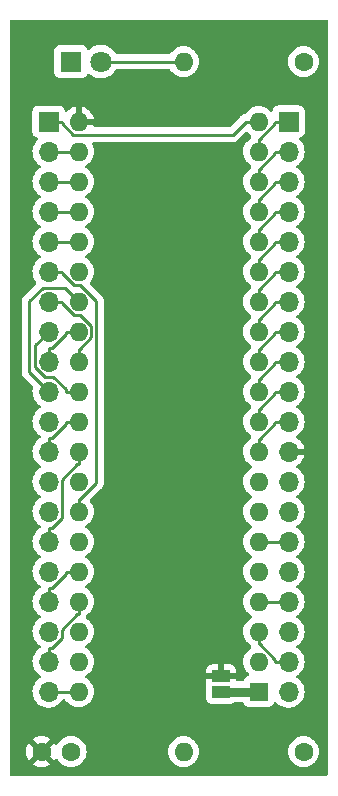
<source format=gbl>
G04 #@! TF.GenerationSoftware,KiCad,Pcbnew,(6.0.7-1)-1*
G04 #@! TF.CreationDate,2022-09-03T11:07:13+09:00*
G04 #@! TF.ProjectId,MEZ6502,4d455a36-3530-4322-9e6b-696361645f70,A*
G04 #@! TF.SameCoordinates,PX5f5e100PY8f0d180*
G04 #@! TF.FileFunction,Copper,L2,Bot*
G04 #@! TF.FilePolarity,Positive*
%FSLAX46Y46*%
G04 Gerber Fmt 4.6, Leading zero omitted, Abs format (unit mm)*
G04 Created by KiCad (PCBNEW (6.0.7-1)-1) date 2022-09-03 11:07:13*
%MOMM*%
%LPD*%
G01*
G04 APERTURE LIST*
G04 #@! TA.AperFunction,ComponentPad*
%ADD10C,1.600000*%
G04 #@! TD*
G04 #@! TA.AperFunction,ComponentPad*
%ADD11O,1.600000X1.600000*%
G04 #@! TD*
G04 #@! TA.AperFunction,ComponentPad*
%ADD12R,1.800000X1.800000*%
G04 #@! TD*
G04 #@! TA.AperFunction,ComponentPad*
%ADD13C,1.800000*%
G04 #@! TD*
G04 #@! TA.AperFunction,ComponentPad*
%ADD14R,1.600000X1.600000*%
G04 #@! TD*
G04 #@! TA.AperFunction,ComponentPad*
%ADD15R,1.700000X1.700000*%
G04 #@! TD*
G04 #@! TA.AperFunction,ComponentPad*
%ADD16O,1.700000X1.700000*%
G04 #@! TD*
G04 #@! TA.AperFunction,SMDPad,CuDef*
%ADD17R,1.500000X1.000000*%
G04 #@! TD*
G04 #@! TA.AperFunction,ViaPad*
%ADD18C,0.605000*%
G04 #@! TD*
G04 #@! TA.AperFunction,Conductor*
%ADD19C,0.254000*%
G04 #@! TD*
G04 #@! TA.AperFunction,Conductor*
%ADD20C,0.800000*%
G04 #@! TD*
G04 APERTURE END LIST*
D10*
X25400000Y2540000D03*
D11*
X15240000Y2540000D03*
D12*
X5710000Y60960000D03*
D13*
X8250000Y60960000D03*
D14*
X21590000Y7620000D03*
D11*
X21590000Y10160000D03*
X21590000Y12700000D03*
X21590000Y15240000D03*
X21590000Y17780000D03*
X21590000Y20320000D03*
X21590000Y22860000D03*
X21590000Y25400000D03*
X21590000Y27940000D03*
X21590000Y30480000D03*
X21590000Y33020000D03*
X21590000Y35560000D03*
X21590000Y38100000D03*
X21590000Y40640000D03*
X21590000Y43180000D03*
X21590000Y45720000D03*
X21590000Y48260000D03*
X21590000Y50800000D03*
X21590000Y53340000D03*
X21590000Y55880000D03*
X6350000Y55880000D03*
X6350000Y53340000D03*
X6350000Y50800000D03*
X6350000Y48260000D03*
X6350000Y45720000D03*
X6350000Y43180000D03*
X6350000Y40640000D03*
X6350000Y38100000D03*
X6350000Y35560000D03*
X6350000Y33020000D03*
X6350000Y30480000D03*
X6350000Y27940000D03*
X6350000Y25400000D03*
X6350000Y22860000D03*
X6350000Y20320000D03*
X6350000Y17780000D03*
X6350000Y15240000D03*
X6350000Y12700000D03*
X6350000Y10160000D03*
X6350000Y7620000D03*
D10*
X25400000Y60960000D03*
D11*
X15240000Y60960000D03*
D10*
X5715000Y2540000D03*
X3215000Y2540000D03*
D15*
X3810000Y55875000D03*
D16*
X3810000Y53335000D03*
X3810000Y50795000D03*
X3810000Y48255000D03*
X3810000Y45715000D03*
X3810000Y43175000D03*
X3810000Y40635000D03*
X3810000Y38095000D03*
X3810000Y35555000D03*
X3810000Y33015000D03*
X3810000Y30475000D03*
X3810000Y27935000D03*
X3810000Y25395000D03*
X3810000Y22855000D03*
X3810000Y20315000D03*
X3810000Y17775000D03*
X3810000Y15235000D03*
X3810000Y12695000D03*
X3810000Y10155000D03*
X3810000Y7615000D03*
D15*
X24130000Y55880000D03*
D16*
X24130000Y53340000D03*
X24130000Y50800000D03*
X24130000Y48260000D03*
X24130000Y45720000D03*
X24130000Y43180000D03*
X24130000Y40640000D03*
X24130000Y38100000D03*
X24130000Y35560000D03*
X24130000Y33020000D03*
X24130000Y30480000D03*
X24130000Y27940000D03*
X24130000Y25400000D03*
X24130000Y22860000D03*
X24130000Y20320000D03*
X24130000Y17780000D03*
X24130000Y15240000D03*
X24130000Y12700000D03*
X24130000Y10160000D03*
X24130000Y7620000D03*
D17*
X18415000Y8905000D03*
X18415000Y7605000D03*
D18*
X18415000Y9882700D03*
X1270000Y33020000D03*
X17780000Y22860000D03*
X26670000Y63500000D03*
X9525000Y7620000D03*
X17780000Y53340000D03*
X9525000Y53340000D03*
X1270000Y63500000D03*
X9525000Y33020000D03*
X17780000Y33020000D03*
D19*
X18415000Y9882700D02*
X18415000Y8905000D01*
X4939700Y43175000D02*
X4939700Y43033700D01*
X3810000Y43175000D02*
X4939700Y43175000D01*
X6350000Y22860000D02*
X6350000Y23939700D01*
X6485000Y23939700D02*
X6350000Y23939700D01*
X7846900Y40691400D02*
X7846900Y25301600D01*
X5928100Y42045300D02*
X6493000Y42045300D01*
X7846900Y25301600D02*
X6485000Y23939700D01*
X6493000Y42045300D02*
X7846900Y40691400D01*
X4939700Y43033700D02*
X5928100Y42045300D01*
X21590000Y55880000D02*
X20510300Y55880000D01*
X5908100Y54768100D02*
X19398400Y54768100D01*
X3810000Y55875000D02*
X4939700Y55875000D01*
X19398400Y54768100D02*
X20510300Y55880000D01*
X4939700Y55736500D02*
X5908100Y54768100D01*
X4939700Y55875000D02*
X4939700Y55736500D01*
X6350000Y53340000D02*
X5270300Y53340000D01*
X3810000Y53335000D02*
X5265300Y53335000D01*
X5265300Y53335000D02*
X5270300Y53340000D01*
X6350000Y50800000D02*
X5270300Y50800000D01*
X3810000Y50795000D02*
X5265300Y50795000D01*
X5265300Y50795000D02*
X5270300Y50800000D01*
X6350000Y48260000D02*
X5270300Y48260000D01*
X5265300Y48255000D02*
X5270300Y48260000D01*
X3810000Y48255000D02*
X5265300Y48255000D01*
X6350000Y45720000D02*
X5270300Y45720000D01*
X5265300Y45715000D02*
X5270300Y45720000D01*
X3810000Y45715000D02*
X5265300Y45715000D01*
X4092500Y11284700D02*
X4939700Y12131900D01*
X4939700Y12861900D02*
X6238100Y14160300D01*
X4939700Y12131900D02*
X4939700Y12861900D01*
X6238100Y14160300D02*
X6350000Y14160300D01*
X3810000Y11284700D02*
X4092500Y11284700D01*
X3810000Y10155000D02*
X3810000Y11284700D01*
X6350000Y15240000D02*
X6350000Y14160300D01*
X6350000Y35560000D02*
X6350000Y36639700D01*
X4939700Y40493700D02*
X5928100Y39505300D01*
X7434400Y37612200D02*
X6461900Y36639700D01*
X4939700Y40635000D02*
X4939700Y40493700D01*
X6472500Y39505300D02*
X7434400Y38543400D01*
X3810000Y40635000D02*
X4939700Y40635000D01*
X6461900Y36639700D02*
X6350000Y36639700D01*
X5928100Y39505300D02*
X6472500Y39505300D01*
X7434400Y38543400D02*
X7434400Y37612200D01*
X3810000Y38095000D02*
X2661400Y36946400D01*
X2661400Y36946400D02*
X2661400Y35098500D01*
X4229000Y34285000D02*
X5270300Y33243700D01*
X2661400Y35098500D02*
X3474900Y34285000D01*
X5270300Y33243700D02*
X5270300Y33020000D01*
X3474900Y34285000D02*
X4229000Y34285000D01*
X6350000Y33020000D02*
X5270300Y33020000D01*
X5270300Y37876300D02*
X5270300Y38100000D01*
X3810000Y36684700D02*
X4078700Y36684700D01*
X6350000Y38100000D02*
X5270300Y38100000D01*
X3810000Y35555000D02*
X3810000Y36684700D01*
X4078700Y36684700D02*
X5270300Y37876300D01*
X5176200Y41813800D02*
X3318400Y41813800D01*
X6350000Y40640000D02*
X5176200Y41813800D01*
X2191600Y40687000D02*
X2191600Y34633400D01*
X3318400Y41813800D02*
X2191600Y40687000D01*
X2191600Y34633400D02*
X3810000Y33015000D01*
X3810000Y29064700D02*
X4078700Y29064700D01*
X3810000Y27935000D02*
X3810000Y29064700D01*
X5270300Y30256300D02*
X5270300Y30480000D01*
X6350000Y30480000D02*
X5270300Y30480000D01*
X4078700Y29064700D02*
X5270300Y30256300D01*
X4939700Y25561900D02*
X6238100Y26860300D01*
X4092500Y21444700D02*
X4939700Y22291900D01*
X4939700Y22291900D02*
X4939700Y25561900D01*
X3810000Y21444700D02*
X4092500Y21444700D01*
X6350000Y27940000D02*
X6350000Y26860300D01*
X3810000Y20315000D02*
X3810000Y21444700D01*
X6238100Y26860300D02*
X6350000Y26860300D01*
X21701900Y54419700D02*
X21590000Y54419700D01*
X24130000Y55880000D02*
X23000300Y55880000D01*
X23000300Y55880000D02*
X23000300Y55718100D01*
X21590000Y53340000D02*
X21590000Y54419700D01*
X23000300Y55718100D02*
X21701900Y54419700D01*
X24130000Y53340000D02*
X23000300Y53340000D01*
X21590000Y50800000D02*
X21590000Y51879700D01*
X21701900Y51879700D02*
X21590000Y51879700D01*
X23000300Y53178100D02*
X21701900Y51879700D01*
X23000300Y53340000D02*
X23000300Y53178100D01*
X21701900Y49339700D02*
X21590000Y49339700D01*
X21590000Y48260000D02*
X21590000Y49339700D01*
X24130000Y50800000D02*
X23000300Y50800000D01*
X23000300Y50638100D02*
X21701900Y49339700D01*
X23000300Y50800000D02*
X23000300Y50638100D01*
X23000300Y48260000D02*
X23000300Y48098100D01*
X24130000Y48260000D02*
X23000300Y48260000D01*
X23000300Y48098100D02*
X21701900Y46799700D01*
X21701900Y46799700D02*
X21590000Y46799700D01*
X21590000Y45720000D02*
X21590000Y46799700D01*
X23000300Y45720000D02*
X23000300Y45558100D01*
X23000300Y45558100D02*
X21701900Y44259700D01*
X24130000Y45720000D02*
X23000300Y45720000D01*
X21701900Y44259700D02*
X21590000Y44259700D01*
X21590000Y43180000D02*
X21590000Y44259700D01*
X21701900Y41719700D02*
X21590000Y41719700D01*
X21590000Y40640000D02*
X21590000Y41719700D01*
X23000300Y43180000D02*
X23000300Y43018100D01*
X24130000Y43180000D02*
X23000300Y43180000D01*
X23000300Y43018100D02*
X21701900Y41719700D01*
X21701900Y39179700D02*
X21590000Y39179700D01*
X23000300Y40640000D02*
X23000300Y40478100D01*
X23000300Y40478100D02*
X21701900Y39179700D01*
X21590000Y38100000D02*
X21590000Y39179700D01*
X24130000Y40640000D02*
X23000300Y40640000D01*
X24130000Y38100000D02*
X23000300Y38100000D01*
X21701900Y36639700D02*
X21590000Y36639700D01*
X23000300Y37938100D02*
X21701900Y36639700D01*
X21590000Y35560000D02*
X21590000Y36639700D01*
X23000300Y38100000D02*
X23000300Y37938100D01*
X23000300Y35398100D02*
X21701900Y34099700D01*
X21701900Y34099700D02*
X21590000Y34099700D01*
X21590000Y33020000D02*
X21590000Y34099700D01*
X23000300Y35560000D02*
X23000300Y35398100D01*
X24130000Y35560000D02*
X23000300Y35560000D01*
X21701900Y31559700D02*
X21590000Y31559700D01*
X23000300Y33020000D02*
X23000300Y32858100D01*
X21590000Y30480000D02*
X21590000Y31559700D01*
X23000300Y32858100D02*
X21701900Y31559700D01*
X24130000Y33020000D02*
X23000300Y33020000D01*
X23000300Y30318100D02*
X21701900Y29019700D01*
X24130000Y30480000D02*
X23000300Y30480000D01*
X23000300Y30480000D02*
X23000300Y30318100D01*
X21701900Y29019700D02*
X21590000Y29019700D01*
X21590000Y27940000D02*
X21590000Y29019700D01*
D20*
X18430000Y7620000D02*
X18415000Y7605000D01*
X21590000Y7620000D02*
X18430000Y7620000D01*
D19*
X5265300Y7615000D02*
X5270300Y7620000D01*
X6350000Y7620000D02*
X5270300Y7620000D01*
X3810000Y7615000D02*
X5265300Y7615000D01*
X24130000Y20320000D02*
X21590000Y20320000D01*
X3810000Y15235000D02*
X3810000Y16364700D01*
X3810000Y16364700D02*
X4078700Y16364700D01*
X6350000Y17780000D02*
X5270300Y17780000D01*
X5270300Y17556300D02*
X5270300Y17780000D01*
X4078700Y16364700D02*
X5270300Y17556300D01*
X24130000Y15240000D02*
X21590000Y15240000D01*
X21701900Y11620300D02*
X21590000Y11620300D01*
X23000300Y10321900D02*
X21701900Y11620300D01*
X23000300Y10160000D02*
X23000300Y10321900D01*
X24130000Y10160000D02*
X23000300Y10160000D01*
X21590000Y12700000D02*
X21590000Y11620300D01*
X15240000Y60960000D02*
X8250000Y60960000D01*
G04 #@! TA.AperFunction,Conductor*
G36*
X27433621Y64471498D02*
G01*
X27480114Y64417842D01*
X27491500Y64365500D01*
X27491500Y634500D01*
X27471498Y566379D01*
X27417842Y519886D01*
X27365500Y508500D01*
X634500Y508500D01*
X566379Y528502D01*
X519886Y582158D01*
X508500Y634500D01*
X508500Y1453938D01*
X2493493Y1453938D01*
X2502789Y1441923D01*
X2553994Y1406069D01*
X2563489Y1400586D01*
X2760947Y1308510D01*
X2771239Y1304764D01*
X2981688Y1248375D01*
X2992481Y1246472D01*
X3209525Y1227483D01*
X3220475Y1227483D01*
X3437519Y1246472D01*
X3448312Y1248375D01*
X3658761Y1304764D01*
X3669053Y1308510D01*
X3866511Y1400586D01*
X3876006Y1406069D01*
X3928048Y1442509D01*
X3936424Y1452988D01*
X3929356Y1466434D01*
X3227812Y2167978D01*
X3213868Y2175592D01*
X3212035Y2175461D01*
X3205420Y2171210D01*
X2499923Y1465713D01*
X2493493Y1453938D01*
X508500Y1453938D01*
X508500Y2534525D01*
X1902483Y2534525D01*
X1921472Y2317481D01*
X1923375Y2306688D01*
X1979764Y2096239D01*
X1983510Y2085947D01*
X2075586Y1888489D01*
X2081069Y1878994D01*
X2117509Y1826952D01*
X2127988Y1818576D01*
X2141434Y1825644D01*
X2842978Y2527188D01*
X2849356Y2538868D01*
X3579408Y2538868D01*
X3579539Y2537035D01*
X3583790Y2530420D01*
X4289287Y1824923D01*
X4301062Y1818493D01*
X4313077Y1827789D01*
X4348934Y1878998D01*
X4355591Y1890528D01*
X4406973Y1939521D01*
X4476687Y1952958D01*
X4542598Y1926571D01*
X4573829Y1890528D01*
X4575153Y1888235D01*
X4577477Y1883251D01*
X4708802Y1695700D01*
X4870700Y1533802D01*
X4875208Y1530645D01*
X4875211Y1530643D01*
X4953389Y1475902D01*
X5058251Y1402477D01*
X5063233Y1400154D01*
X5063238Y1400151D01*
X5259765Y1308510D01*
X5265757Y1305716D01*
X5271065Y1304294D01*
X5271067Y1304293D01*
X5481598Y1247881D01*
X5481600Y1247881D01*
X5486913Y1246457D01*
X5715000Y1226502D01*
X5943087Y1246457D01*
X5948400Y1247881D01*
X5948402Y1247881D01*
X6158933Y1304293D01*
X6158935Y1304294D01*
X6164243Y1305716D01*
X6170235Y1308510D01*
X6366762Y1400151D01*
X6366767Y1400154D01*
X6371749Y1402477D01*
X6476611Y1475902D01*
X6554789Y1530643D01*
X6554792Y1530645D01*
X6559300Y1533802D01*
X6721198Y1695700D01*
X6852523Y1883251D01*
X6854846Y1888233D01*
X6854849Y1888238D01*
X6946961Y2085775D01*
X6946961Y2085776D01*
X6949284Y2090757D01*
X6969976Y2167978D01*
X7007119Y2306598D01*
X7007119Y2306600D01*
X7008543Y2311913D01*
X7028498Y2540000D01*
X13926502Y2540000D01*
X13946457Y2311913D01*
X13947881Y2306600D01*
X13947881Y2306598D01*
X13985025Y2167978D01*
X14005716Y2090757D01*
X14008039Y2085776D01*
X14008039Y2085775D01*
X14100151Y1888238D01*
X14100154Y1888233D01*
X14102477Y1883251D01*
X14233802Y1695700D01*
X14395700Y1533802D01*
X14400208Y1530645D01*
X14400211Y1530643D01*
X14478389Y1475902D01*
X14583251Y1402477D01*
X14588233Y1400154D01*
X14588238Y1400151D01*
X14784765Y1308510D01*
X14790757Y1305716D01*
X14796065Y1304294D01*
X14796067Y1304293D01*
X15006598Y1247881D01*
X15006600Y1247881D01*
X15011913Y1246457D01*
X15240000Y1226502D01*
X15468087Y1246457D01*
X15473400Y1247881D01*
X15473402Y1247881D01*
X15683933Y1304293D01*
X15683935Y1304294D01*
X15689243Y1305716D01*
X15695235Y1308510D01*
X15891762Y1400151D01*
X15891767Y1400154D01*
X15896749Y1402477D01*
X16001611Y1475902D01*
X16079789Y1530643D01*
X16079792Y1530645D01*
X16084300Y1533802D01*
X16246198Y1695700D01*
X16377523Y1883251D01*
X16379846Y1888233D01*
X16379849Y1888238D01*
X16471961Y2085775D01*
X16471961Y2085776D01*
X16474284Y2090757D01*
X16494976Y2167978D01*
X16532119Y2306598D01*
X16532119Y2306600D01*
X16533543Y2311913D01*
X16553498Y2540000D01*
X24086502Y2540000D01*
X24106457Y2311913D01*
X24107881Y2306600D01*
X24107881Y2306598D01*
X24145025Y2167978D01*
X24165716Y2090757D01*
X24168039Y2085776D01*
X24168039Y2085775D01*
X24260151Y1888238D01*
X24260154Y1888233D01*
X24262477Y1883251D01*
X24393802Y1695700D01*
X24555700Y1533802D01*
X24560208Y1530645D01*
X24560211Y1530643D01*
X24638389Y1475902D01*
X24743251Y1402477D01*
X24748233Y1400154D01*
X24748238Y1400151D01*
X24944765Y1308510D01*
X24950757Y1305716D01*
X24956065Y1304294D01*
X24956067Y1304293D01*
X25166598Y1247881D01*
X25166600Y1247881D01*
X25171913Y1246457D01*
X25400000Y1226502D01*
X25628087Y1246457D01*
X25633400Y1247881D01*
X25633402Y1247881D01*
X25843933Y1304293D01*
X25843935Y1304294D01*
X25849243Y1305716D01*
X25855235Y1308510D01*
X26051762Y1400151D01*
X26051767Y1400154D01*
X26056749Y1402477D01*
X26161611Y1475902D01*
X26239789Y1530643D01*
X26239792Y1530645D01*
X26244300Y1533802D01*
X26406198Y1695700D01*
X26537523Y1883251D01*
X26539846Y1888233D01*
X26539849Y1888238D01*
X26631961Y2085775D01*
X26631961Y2085776D01*
X26634284Y2090757D01*
X26654976Y2167978D01*
X26692119Y2306598D01*
X26692119Y2306600D01*
X26693543Y2311913D01*
X26713498Y2540000D01*
X26693543Y2768087D01*
X26656981Y2904539D01*
X26635707Y2983933D01*
X26635706Y2983935D01*
X26634284Y2989243D01*
X26631961Y2994225D01*
X26539849Y3191762D01*
X26539846Y3191767D01*
X26537523Y3196749D01*
X26406198Y3384300D01*
X26244300Y3546198D01*
X26239792Y3549355D01*
X26239789Y3549357D01*
X26113920Y3637491D01*
X26056749Y3677523D01*
X26051767Y3679846D01*
X26051762Y3679849D01*
X25854225Y3771961D01*
X25854224Y3771961D01*
X25849243Y3774284D01*
X25843935Y3775706D01*
X25843933Y3775707D01*
X25633402Y3832119D01*
X25633400Y3832119D01*
X25628087Y3833543D01*
X25400000Y3853498D01*
X25171913Y3833543D01*
X25166600Y3832119D01*
X25166598Y3832119D01*
X24956067Y3775707D01*
X24956065Y3775706D01*
X24950757Y3774284D01*
X24945776Y3771961D01*
X24945775Y3771961D01*
X24748238Y3679849D01*
X24748233Y3679846D01*
X24743251Y3677523D01*
X24686080Y3637491D01*
X24560211Y3549357D01*
X24560208Y3549355D01*
X24555700Y3546198D01*
X24393802Y3384300D01*
X24262477Y3196749D01*
X24260154Y3191767D01*
X24260151Y3191762D01*
X24168039Y2994225D01*
X24165716Y2989243D01*
X24164294Y2983935D01*
X24164293Y2983933D01*
X24143019Y2904539D01*
X24106457Y2768087D01*
X24086502Y2540000D01*
X16553498Y2540000D01*
X16533543Y2768087D01*
X16496981Y2904539D01*
X16475707Y2983933D01*
X16475706Y2983935D01*
X16474284Y2989243D01*
X16471961Y2994225D01*
X16379849Y3191762D01*
X16379846Y3191767D01*
X16377523Y3196749D01*
X16246198Y3384300D01*
X16084300Y3546198D01*
X16079792Y3549355D01*
X16079789Y3549357D01*
X15953920Y3637491D01*
X15896749Y3677523D01*
X15891767Y3679846D01*
X15891762Y3679849D01*
X15694225Y3771961D01*
X15694224Y3771961D01*
X15689243Y3774284D01*
X15683935Y3775706D01*
X15683933Y3775707D01*
X15473402Y3832119D01*
X15473400Y3832119D01*
X15468087Y3833543D01*
X15240000Y3853498D01*
X15011913Y3833543D01*
X15006600Y3832119D01*
X15006598Y3832119D01*
X14796067Y3775707D01*
X14796065Y3775706D01*
X14790757Y3774284D01*
X14785776Y3771961D01*
X14785775Y3771961D01*
X14588238Y3679849D01*
X14588233Y3679846D01*
X14583251Y3677523D01*
X14526080Y3637491D01*
X14400211Y3549357D01*
X14400208Y3549355D01*
X14395700Y3546198D01*
X14233802Y3384300D01*
X14102477Y3196749D01*
X14100154Y3191767D01*
X14100151Y3191762D01*
X14008039Y2994225D01*
X14005716Y2989243D01*
X14004294Y2983935D01*
X14004293Y2983933D01*
X13983019Y2904539D01*
X13946457Y2768087D01*
X13926502Y2540000D01*
X7028498Y2540000D01*
X7008543Y2768087D01*
X6971981Y2904539D01*
X6950707Y2983933D01*
X6950706Y2983935D01*
X6949284Y2989243D01*
X6946961Y2994225D01*
X6854849Y3191762D01*
X6854846Y3191767D01*
X6852523Y3196749D01*
X6721198Y3384300D01*
X6559300Y3546198D01*
X6554792Y3549355D01*
X6554789Y3549357D01*
X6428920Y3637491D01*
X6371749Y3677523D01*
X6366767Y3679846D01*
X6366762Y3679849D01*
X6169225Y3771961D01*
X6169224Y3771961D01*
X6164243Y3774284D01*
X6158935Y3775706D01*
X6158933Y3775707D01*
X5948402Y3832119D01*
X5948400Y3832119D01*
X5943087Y3833543D01*
X5715000Y3853498D01*
X5486913Y3833543D01*
X5481600Y3832119D01*
X5481598Y3832119D01*
X5271067Y3775707D01*
X5271065Y3775706D01*
X5265757Y3774284D01*
X5260776Y3771961D01*
X5260775Y3771961D01*
X5063238Y3679849D01*
X5063233Y3679846D01*
X5058251Y3677523D01*
X5001080Y3637491D01*
X4875211Y3549357D01*
X4875208Y3549355D01*
X4870700Y3546198D01*
X4708802Y3384300D01*
X4577477Y3196749D01*
X4575153Y3191765D01*
X4573829Y3189472D01*
X4522447Y3140479D01*
X4452733Y3127043D01*
X4386822Y3153429D01*
X4355591Y3189472D01*
X4348934Y3201002D01*
X4312491Y3253048D01*
X4302012Y3261424D01*
X4288566Y3254356D01*
X3587022Y2552812D01*
X3579408Y2538868D01*
X2849356Y2538868D01*
X2850592Y2541132D01*
X2850461Y2542965D01*
X2846210Y2549580D01*
X2140713Y3255077D01*
X2128938Y3261507D01*
X2116923Y3252211D01*
X2081069Y3201006D01*
X2075586Y3191511D01*
X1983510Y2994053D01*
X1979764Y2983761D01*
X1923375Y2773312D01*
X1921472Y2762519D01*
X1902483Y2545475D01*
X1902483Y2534525D01*
X508500Y2534525D01*
X508500Y3627012D01*
X2493576Y3627012D01*
X2500644Y3613566D01*
X3202188Y2912022D01*
X3216132Y2904408D01*
X3217965Y2904539D01*
X3224580Y2908790D01*
X3930077Y3614287D01*
X3936507Y3626062D01*
X3927211Y3638077D01*
X3876006Y3673931D01*
X3866511Y3679414D01*
X3669053Y3771490D01*
X3658761Y3775236D01*
X3448312Y3831625D01*
X3437519Y3833528D01*
X3220475Y3852517D01*
X3209525Y3852517D01*
X2992481Y3833528D01*
X2981688Y3831625D01*
X2771239Y3775236D01*
X2760947Y3771490D01*
X2563489Y3679414D01*
X2553994Y3673931D01*
X2501952Y3637491D01*
X2493576Y3627012D01*
X508500Y3627012D01*
X508500Y40707121D01*
X1551365Y40707121D01*
X1552111Y40699229D01*
X1555541Y40662944D01*
X1556100Y40651086D01*
X1556100Y34712420D01*
X1555570Y34701186D01*
X1553892Y34693681D01*
X1554141Y34685762D01*
X1556038Y34625388D01*
X1556100Y34621431D01*
X1556100Y34593417D01*
X1556596Y34589492D01*
X1556596Y34589491D01*
X1556608Y34589396D01*
X1557541Y34577551D01*
X1558935Y34533195D01*
X1564613Y34513652D01*
X1568623Y34494288D01*
X1571173Y34474101D01*
X1574089Y34466737D01*
X1574090Y34466732D01*
X1587507Y34432844D01*
X1591352Y34421615D01*
X1596198Y34404935D01*
X1603731Y34379007D01*
X1607769Y34372180D01*
X1607770Y34372177D01*
X1614088Y34361494D01*
X1622788Y34343736D01*
X1627361Y34332185D01*
X1627365Y34332179D01*
X1630281Y34324812D01*
X1655574Y34290000D01*
X1656364Y34288912D01*
X1662881Y34278990D01*
X1681426Y34247632D01*
X1681429Y34247628D01*
X1685466Y34240802D01*
X1699850Y34226418D01*
X1712691Y34211384D01*
X1724658Y34194913D01*
X1750551Y34173493D01*
X1758855Y34166623D01*
X1767635Y34158633D01*
X2459164Y33467104D01*
X2493190Y33404792D01*
X2491486Y33344338D01*
X2470989Y33270430D01*
X2470441Y33265300D01*
X2470440Y33265296D01*
X2467467Y33237478D01*
X2447251Y33048305D01*
X2447548Y33043152D01*
X2447548Y33043149D01*
X2452914Y32950092D01*
X2460110Y32825285D01*
X2461247Y32820239D01*
X2461248Y32820233D01*
X2482265Y32726977D01*
X2509222Y32607361D01*
X2543419Y32523143D01*
X2589037Y32410800D01*
X2593266Y32400384D01*
X2709987Y32209912D01*
X2856250Y32041062D01*
X3028126Y31898368D01*
X3059301Y31880151D01*
X3101445Y31855524D01*
X3150169Y31803886D01*
X3163240Y31734103D01*
X3136509Y31668331D01*
X3096055Y31634973D01*
X3083607Y31628493D01*
X3079474Y31625390D01*
X3079471Y31625388D01*
X2911624Y31499365D01*
X2904965Y31494365D01*
X2750629Y31332862D01*
X2624743Y31148320D01*
X2530688Y30945695D01*
X2470989Y30730430D01*
X2447251Y30508305D01*
X2447548Y30503152D01*
X2447548Y30503149D01*
X2452914Y30410092D01*
X2460110Y30285285D01*
X2461247Y30280239D01*
X2461248Y30280233D01*
X2482265Y30186977D01*
X2509222Y30067361D01*
X2593266Y29860384D01*
X2709987Y29669912D01*
X2856250Y29501062D01*
X3028126Y29358368D01*
X3059301Y29340151D01*
X3101445Y29315524D01*
X3150169Y29263886D01*
X3163240Y29194103D01*
X3136509Y29128331D01*
X3096055Y29094973D01*
X3083607Y29088493D01*
X3079474Y29085390D01*
X3079471Y29085388D01*
X2915260Y28962095D01*
X2904965Y28954365D01*
X2750629Y28792862D01*
X2747715Y28788590D01*
X2747714Y28788589D01*
X2732798Y28766723D01*
X2624743Y28608320D01*
X2530688Y28405695D01*
X2470989Y28190430D01*
X2447251Y27968305D01*
X2447548Y27963152D01*
X2447548Y27963149D01*
X2456263Y27812000D01*
X2460110Y27745285D01*
X2461247Y27740239D01*
X2461248Y27740233D01*
X2485304Y27633492D01*
X2509222Y27527361D01*
X2593266Y27320384D01*
X2709987Y27129912D01*
X2856250Y26961062D01*
X2889085Y26933802D01*
X3017628Y26827084D01*
X3028126Y26818368D01*
X3059301Y26800151D01*
X3101445Y26775524D01*
X3150169Y26723886D01*
X3163240Y26654103D01*
X3136509Y26588331D01*
X3096055Y26554973D01*
X3083607Y26548493D01*
X3079474Y26545390D01*
X3079471Y26545388D01*
X2911624Y26419365D01*
X2904965Y26414365D01*
X2750629Y26252862D01*
X2624743Y26068320D01*
X2530688Y25865695D01*
X2470989Y25650430D01*
X2447251Y25428305D01*
X2447548Y25423152D01*
X2447548Y25423149D01*
X2459186Y25221318D01*
X2460110Y25205285D01*
X2461247Y25200239D01*
X2461248Y25200233D01*
X2482265Y25106977D01*
X2509222Y24987361D01*
X2560644Y24860723D01*
X2585101Y24800493D01*
X2593266Y24780384D01*
X2709987Y24589912D01*
X2856250Y24421062D01*
X3003610Y24298721D01*
X3018123Y24286673D01*
X3028126Y24278368D01*
X3059301Y24260151D01*
X3101445Y24235524D01*
X3150169Y24183886D01*
X3163240Y24114103D01*
X3136509Y24048331D01*
X3096055Y24014973D01*
X3083607Y24008493D01*
X3079474Y24005390D01*
X3079471Y24005388D01*
X2911624Y23879365D01*
X2904965Y23874365D01*
X2750629Y23712862D01*
X2624743Y23528320D01*
X2530688Y23325695D01*
X2470989Y23110430D01*
X2447251Y22888305D01*
X2447548Y22883152D01*
X2447548Y22883149D01*
X2452914Y22790092D01*
X2460110Y22665285D01*
X2461247Y22660239D01*
X2461248Y22660233D01*
X2482265Y22566977D01*
X2509222Y22447361D01*
X2543419Y22363143D01*
X2585101Y22260493D01*
X2593266Y22240384D01*
X2709987Y22049912D01*
X2856250Y21881062D01*
X2931174Y21818859D01*
X3018123Y21746673D01*
X3028126Y21738368D01*
X3059301Y21720151D01*
X3101445Y21695524D01*
X3150169Y21643886D01*
X3163240Y21574103D01*
X3136509Y21508331D01*
X3096055Y21474973D01*
X3083607Y21468493D01*
X3079474Y21465390D01*
X3079471Y21465388D01*
X2911624Y21339365D01*
X2904965Y21334365D01*
X2750629Y21172862D01*
X2747715Y21168590D01*
X2747714Y21168589D01*
X2741711Y21159789D01*
X2624743Y20988320D01*
X2530688Y20785695D01*
X2470989Y20570430D01*
X2447251Y20348305D01*
X2447548Y20343152D01*
X2447548Y20343149D01*
X2452914Y20250092D01*
X2460110Y20125285D01*
X2461247Y20120239D01*
X2461248Y20120233D01*
X2482265Y20026977D01*
X2509222Y19907361D01*
X2593266Y19700384D01*
X2595965Y19695980D01*
X2704224Y19519317D01*
X2709987Y19509912D01*
X2856250Y19341062D01*
X2931213Y19278827D01*
X3018123Y19206673D01*
X3028126Y19198368D01*
X3059301Y19180151D01*
X3101445Y19155524D01*
X3150169Y19103886D01*
X3163240Y19034103D01*
X3136509Y18968331D01*
X3096055Y18934973D01*
X3083607Y18928493D01*
X3079474Y18925390D01*
X3079471Y18925388D01*
X2911624Y18799365D01*
X2904965Y18794365D01*
X2750629Y18632862D01*
X2624743Y18448320D01*
X2530688Y18245695D01*
X2470989Y18030430D01*
X2447251Y17808305D01*
X2447548Y17803152D01*
X2447548Y17803149D01*
X2452914Y17710092D01*
X2460110Y17585285D01*
X2461247Y17580239D01*
X2461248Y17580233D01*
X2482265Y17486977D01*
X2509222Y17367361D01*
X2543419Y17283143D01*
X2585101Y17180493D01*
X2593266Y17160384D01*
X2709987Y16969912D01*
X2856250Y16801062D01*
X2931213Y16738827D01*
X3018123Y16666673D01*
X3028126Y16658368D01*
X3059301Y16640151D01*
X3101445Y16615524D01*
X3150169Y16563886D01*
X3163240Y16494103D01*
X3136509Y16428331D01*
X3096055Y16394973D01*
X3083607Y16388493D01*
X3079474Y16385390D01*
X3079471Y16385388D01*
X2915079Y16261959D01*
X2904965Y16254365D01*
X2750629Y16092862D01*
X2624743Y15908320D01*
X2530688Y15705695D01*
X2470989Y15490430D01*
X2447251Y15268305D01*
X2447548Y15263152D01*
X2447548Y15263149D01*
X2452914Y15170092D01*
X2460110Y15045285D01*
X2461247Y15040239D01*
X2461248Y15040233D01*
X2482265Y14946977D01*
X2509222Y14827361D01*
X2593266Y14620384D01*
X2595965Y14615980D01*
X2704224Y14439317D01*
X2709987Y14429912D01*
X2856250Y14261062D01*
X2931213Y14198827D01*
X3018123Y14126673D01*
X3028126Y14118368D01*
X3059301Y14100151D01*
X3101445Y14075524D01*
X3150169Y14023886D01*
X3163240Y13954103D01*
X3136509Y13888331D01*
X3096055Y13854973D01*
X3083607Y13848493D01*
X3079474Y13845390D01*
X3079471Y13845388D01*
X2911624Y13719365D01*
X2904965Y13714365D01*
X2750629Y13552862D01*
X2624743Y13368320D01*
X2530688Y13165695D01*
X2470989Y12950430D01*
X2447251Y12728305D01*
X2447548Y12723152D01*
X2447548Y12723149D01*
X2452914Y12630092D01*
X2460110Y12505285D01*
X2461247Y12500239D01*
X2461248Y12500233D01*
X2482265Y12406977D01*
X2509222Y12287361D01*
X2543419Y12203143D01*
X2585101Y12100493D01*
X2593266Y12080384D01*
X2709987Y11889912D01*
X2856250Y11721062D01*
X2948919Y11644127D01*
X3018123Y11586673D01*
X3028126Y11578368D01*
X3059301Y11560151D01*
X3101445Y11535524D01*
X3150169Y11483886D01*
X3163240Y11414103D01*
X3136509Y11348331D01*
X3096055Y11314973D01*
X3083607Y11308493D01*
X3079474Y11305390D01*
X3079471Y11305388D01*
X2911624Y11179365D01*
X2904965Y11174365D01*
X2750629Y11012862D01*
X2747715Y11008590D01*
X2747714Y11008589D01*
X2741711Y10999789D01*
X2624743Y10828320D01*
X2530688Y10625695D01*
X2470989Y10410430D01*
X2447251Y10188305D01*
X2447548Y10183152D01*
X2447548Y10183149D01*
X2452914Y10090092D01*
X2460110Y9965285D01*
X2461247Y9960239D01*
X2461248Y9960233D01*
X2482265Y9866977D01*
X2509222Y9747361D01*
X2570673Y9596024D01*
X2589037Y9550800D01*
X2593266Y9540384D01*
X2709987Y9349912D01*
X2856250Y9181062D01*
X2978617Y9079471D01*
X3018123Y9046673D01*
X3028126Y9038368D01*
X3059301Y9020151D01*
X3101445Y8995524D01*
X3150169Y8943886D01*
X3163240Y8874103D01*
X3136509Y8808331D01*
X3096055Y8774973D01*
X3083607Y8768493D01*
X3079474Y8765390D01*
X3079471Y8765388D01*
X2911624Y8639365D01*
X2904965Y8634365D01*
X2750629Y8472862D01*
X2624743Y8288320D01*
X2530688Y8085695D01*
X2470989Y7870430D01*
X2447251Y7648305D01*
X2447548Y7643152D01*
X2447548Y7643149D01*
X2452914Y7550092D01*
X2460110Y7425285D01*
X2461247Y7420239D01*
X2461248Y7420233D01*
X2482265Y7326977D01*
X2509222Y7207361D01*
X2543419Y7123143D01*
X2576470Y7041749D01*
X2593266Y7000384D01*
X2595965Y6995980D01*
X2684742Y6851109D01*
X2709987Y6809912D01*
X2856250Y6641062D01*
X3003610Y6518721D01*
X3018123Y6506673D01*
X3028126Y6498368D01*
X3221000Y6385662D01*
X3225825Y6383820D01*
X3225826Y6383819D01*
X3263625Y6369385D01*
X3429692Y6305970D01*
X3434760Y6304939D01*
X3434763Y6304938D01*
X3527970Y6285975D01*
X3648597Y6261433D01*
X3653772Y6261243D01*
X3653774Y6261243D01*
X3866673Y6253436D01*
X3866677Y6253436D01*
X3871837Y6253247D01*
X3876957Y6253903D01*
X3876959Y6253903D01*
X4088288Y6280975D01*
X4088289Y6280975D01*
X4093416Y6281632D01*
X4110082Y6286632D01*
X4302429Y6344339D01*
X4302434Y6344341D01*
X4307384Y6345826D01*
X4507994Y6444104D01*
X4689860Y6573827D01*
X4712613Y6596500D01*
X4812468Y6696007D01*
X4848096Y6731511D01*
X4870194Y6762263D01*
X4975438Y6908727D01*
X4975439Y6908728D01*
X4978453Y6912923D01*
X4980742Y6917555D01*
X4981247Y6918395D01*
X5033477Y6966484D01*
X5089250Y6979500D01*
X5135508Y6979500D01*
X5203629Y6959498D01*
X5238721Y6925771D01*
X5322579Y6806010D01*
X5343802Y6775700D01*
X5505700Y6613802D01*
X5510208Y6610645D01*
X5510211Y6610643D01*
X5573812Y6566109D01*
X5693251Y6482477D01*
X5698233Y6480154D01*
X5698238Y6480151D01*
X5895282Y6388269D01*
X5900757Y6385716D01*
X5906065Y6384294D01*
X5906067Y6384293D01*
X6116598Y6327881D01*
X6116600Y6327881D01*
X6121913Y6326457D01*
X6350000Y6306502D01*
X6578087Y6326457D01*
X6583400Y6327881D01*
X6583402Y6327881D01*
X6793933Y6384293D01*
X6793935Y6384294D01*
X6799243Y6385716D01*
X6804718Y6388269D01*
X7001762Y6480151D01*
X7001767Y6480154D01*
X7006749Y6482477D01*
X7126188Y6566109D01*
X7189789Y6610643D01*
X7189792Y6610645D01*
X7194300Y6613802D01*
X7356198Y6775700D01*
X7377422Y6806010D01*
X7484366Y6958743D01*
X7487523Y6963251D01*
X7489846Y6968233D01*
X7489849Y6968238D01*
X7581961Y7165775D01*
X7581961Y7165776D01*
X7584284Y7170757D01*
X7595444Y7212404D01*
X7642119Y7386598D01*
X7642119Y7386600D01*
X7643543Y7391913D01*
X7663498Y7620000D01*
X7643543Y7848087D01*
X7636221Y7875412D01*
X7585707Y8063933D01*
X7585706Y8063935D01*
X7584284Y8069243D01*
X7578940Y8080703D01*
X7489849Y8271762D01*
X7489846Y8271767D01*
X7487523Y8276749D01*
X7414098Y8381611D01*
X7359357Y8459789D01*
X7359355Y8459792D01*
X7356198Y8464300D01*
X7194300Y8626198D01*
X7189792Y8629355D01*
X7189789Y8629357D01*
X7111611Y8684098D01*
X7006749Y8757523D01*
X7001767Y8759846D01*
X7001762Y8759849D01*
X6967543Y8775805D01*
X6914258Y8822722D01*
X6894797Y8890999D01*
X6915339Y8958959D01*
X6967543Y9004195D01*
X7001762Y9020151D01*
X7001767Y9020154D01*
X7006749Y9022477D01*
X7111649Y9095929D01*
X7189789Y9150643D01*
X7189792Y9150645D01*
X7194300Y9153802D01*
X7217613Y9177115D01*
X17157000Y9177115D01*
X17161475Y9161876D01*
X17162865Y9160671D01*
X17170548Y9159000D01*
X18142885Y9159000D01*
X18158124Y9163475D01*
X18159329Y9164865D01*
X18161000Y9172548D01*
X18161000Y9177115D01*
X18669000Y9177115D01*
X18673475Y9161876D01*
X18674865Y9160671D01*
X18682548Y9159000D01*
X19654884Y9159000D01*
X19670123Y9163475D01*
X19671328Y9164865D01*
X19672999Y9172548D01*
X19672999Y9449669D01*
X19672629Y9456490D01*
X19667105Y9507352D01*
X19663479Y9522604D01*
X19618324Y9643054D01*
X19609786Y9658649D01*
X19533285Y9760724D01*
X19520724Y9773285D01*
X19418649Y9849786D01*
X19403054Y9858324D01*
X19282606Y9903478D01*
X19267351Y9907105D01*
X19216486Y9912631D01*
X19209672Y9913000D01*
X18687115Y9913000D01*
X18671876Y9908525D01*
X18670671Y9907135D01*
X18669000Y9899452D01*
X18669000Y9177115D01*
X18161000Y9177115D01*
X18161000Y9894884D01*
X18156525Y9910123D01*
X18155135Y9911328D01*
X18147452Y9912999D01*
X17620331Y9912999D01*
X17613510Y9912629D01*
X17562648Y9907105D01*
X17547396Y9903479D01*
X17426946Y9858324D01*
X17411351Y9849786D01*
X17309276Y9773285D01*
X17296715Y9760724D01*
X17220214Y9658649D01*
X17211676Y9643054D01*
X17166522Y9522606D01*
X17162895Y9507351D01*
X17157369Y9456486D01*
X17157000Y9449672D01*
X17157000Y9177115D01*
X7217613Y9177115D01*
X7356198Y9315700D01*
X7377422Y9346010D01*
X7452843Y9453723D01*
X7487523Y9503251D01*
X7489846Y9508233D01*
X7489849Y9508238D01*
X7581961Y9705775D01*
X7581961Y9705776D01*
X7584284Y9710757D01*
X7594030Y9747127D01*
X7642119Y9926598D01*
X7642119Y9926600D01*
X7643543Y9931913D01*
X7663498Y10160000D01*
X7643543Y10388087D01*
X7594111Y10572569D01*
X7585707Y10603933D01*
X7585706Y10603935D01*
X7584284Y10609243D01*
X7578940Y10620703D01*
X7489849Y10811762D01*
X7489846Y10811767D01*
X7487523Y10816749D01*
X7414098Y10921611D01*
X7359357Y10999789D01*
X7359355Y10999792D01*
X7356198Y11004300D01*
X7194300Y11166198D01*
X7189792Y11169355D01*
X7189789Y11169357D01*
X7111611Y11224098D01*
X7006749Y11297523D01*
X7001767Y11299846D01*
X7001762Y11299849D01*
X6967543Y11315805D01*
X6914258Y11362722D01*
X6894797Y11430999D01*
X6915339Y11498959D01*
X6967543Y11544195D01*
X7001762Y11560151D01*
X7001767Y11560154D01*
X7006749Y11562477D01*
X7144351Y11658827D01*
X7189789Y11690643D01*
X7189792Y11690645D01*
X7194300Y11693802D01*
X7356198Y11855700D01*
X7377422Y11886010D01*
X7484366Y12038743D01*
X7487523Y12043251D01*
X7489846Y12048233D01*
X7489849Y12048238D01*
X7581961Y12245775D01*
X7581961Y12245776D01*
X7584284Y12250757D01*
X7595444Y12292404D01*
X7642119Y12466598D01*
X7642119Y12466600D01*
X7643543Y12471913D01*
X7663498Y12700000D01*
X7643543Y12928087D01*
X7636221Y12955412D01*
X7585707Y13143933D01*
X7585706Y13143935D01*
X7584284Y13149243D01*
X7578940Y13160703D01*
X7489849Y13351762D01*
X7489846Y13351767D01*
X7487523Y13356749D01*
X7414098Y13461611D01*
X7359357Y13539789D01*
X7359355Y13539792D01*
X7356198Y13544300D01*
X7194300Y13706198D01*
X7189792Y13709355D01*
X7189789Y13709357D01*
X7010491Y13834903D01*
X6966163Y13890360D01*
X6958854Y13960980D01*
X6959204Y13962358D01*
X6959200Y13962359D01*
X6969759Y14017712D01*
X6971486Y14025439D01*
X6976282Y14044117D01*
X7012598Y14105123D01*
X7026052Y14115993D01*
X7189789Y14230643D01*
X7189792Y14230645D01*
X7194300Y14233802D01*
X7356198Y14395700D01*
X7377422Y14426010D01*
X7484366Y14578743D01*
X7487523Y14583251D01*
X7489846Y14588233D01*
X7489849Y14588238D01*
X7581961Y14785775D01*
X7581961Y14785776D01*
X7584284Y14790757D01*
X7594030Y14827127D01*
X7642119Y15006598D01*
X7642119Y15006600D01*
X7643543Y15011913D01*
X7663498Y15240000D01*
X7643543Y15468087D01*
X7594111Y15652569D01*
X7585707Y15683933D01*
X7585706Y15683935D01*
X7584284Y15689243D01*
X7578940Y15700703D01*
X7489849Y15891762D01*
X7489846Y15891767D01*
X7487523Y15896749D01*
X7414098Y16001611D01*
X7359357Y16079789D01*
X7359355Y16079792D01*
X7356198Y16084300D01*
X7194300Y16246198D01*
X7189792Y16249355D01*
X7189789Y16249357D01*
X7111611Y16304098D01*
X7006749Y16377523D01*
X7001767Y16379846D01*
X7001762Y16379849D01*
X6967543Y16395805D01*
X6914258Y16442722D01*
X6894797Y16510999D01*
X6915339Y16578959D01*
X6967543Y16624195D01*
X7001762Y16640151D01*
X7001767Y16640154D01*
X7006749Y16642477D01*
X7157620Y16748118D01*
X7189789Y16770643D01*
X7189792Y16770645D01*
X7194300Y16773802D01*
X7356198Y16935700D01*
X7377422Y16966010D01*
X7484366Y17118743D01*
X7487523Y17123251D01*
X7489846Y17128233D01*
X7489849Y17128238D01*
X7581961Y17325775D01*
X7581961Y17325776D01*
X7584284Y17330757D01*
X7595444Y17372404D01*
X7642119Y17546598D01*
X7642119Y17546600D01*
X7643543Y17551913D01*
X7663498Y17780000D01*
X7643543Y18008087D01*
X7636221Y18035412D01*
X7585707Y18223933D01*
X7585706Y18223935D01*
X7584284Y18229243D01*
X7578940Y18240703D01*
X7489849Y18431762D01*
X7489846Y18431767D01*
X7487523Y18436749D01*
X7414098Y18541611D01*
X7359357Y18619789D01*
X7359355Y18619792D01*
X7356198Y18624300D01*
X7194300Y18786198D01*
X7189792Y18789355D01*
X7189789Y18789357D01*
X7111611Y18844098D01*
X7006749Y18917523D01*
X7001767Y18919846D01*
X7001762Y18919849D01*
X6967543Y18935805D01*
X6914258Y18982722D01*
X6894797Y19050999D01*
X6915339Y19118959D01*
X6967543Y19164195D01*
X7001762Y19180151D01*
X7001767Y19180154D01*
X7006749Y19182477D01*
X7111611Y19255902D01*
X7189789Y19310643D01*
X7189792Y19310645D01*
X7194300Y19313802D01*
X7356198Y19475700D01*
X7377422Y19506010D01*
X7484366Y19658743D01*
X7487523Y19663251D01*
X7489846Y19668233D01*
X7489849Y19668238D01*
X7581961Y19865775D01*
X7581961Y19865776D01*
X7584284Y19870757D01*
X7594030Y19907127D01*
X7642119Y20086598D01*
X7642119Y20086600D01*
X7643543Y20091913D01*
X7663498Y20320000D01*
X7643543Y20548087D01*
X7594111Y20732569D01*
X7585707Y20763933D01*
X7585706Y20763935D01*
X7584284Y20769243D01*
X7578940Y20780703D01*
X7489849Y20971762D01*
X7489846Y20971767D01*
X7487523Y20976749D01*
X7414098Y21081611D01*
X7359357Y21159789D01*
X7359355Y21159792D01*
X7356198Y21164300D01*
X7194300Y21326198D01*
X7189792Y21329355D01*
X7189789Y21329357D01*
X7111611Y21384098D01*
X7006749Y21457523D01*
X7001767Y21459846D01*
X7001762Y21459849D01*
X6967543Y21475805D01*
X6914258Y21522722D01*
X6894797Y21590999D01*
X6915339Y21658959D01*
X6967543Y21704195D01*
X7001762Y21720151D01*
X7001767Y21720154D01*
X7006749Y21722477D01*
X7144351Y21818827D01*
X7189789Y21850643D01*
X7189792Y21850645D01*
X7194300Y21853802D01*
X7356198Y22015700D01*
X7377422Y22046010D01*
X7484366Y22198743D01*
X7487523Y22203251D01*
X7489846Y22208233D01*
X7489849Y22208238D01*
X7581961Y22405775D01*
X7581961Y22405776D01*
X7584284Y22410757D01*
X7595444Y22452404D01*
X7642119Y22626598D01*
X7642119Y22626600D01*
X7643543Y22631913D01*
X7663498Y22860000D01*
X7643543Y23088087D01*
X7636221Y23115412D01*
X7585707Y23303933D01*
X7585706Y23303935D01*
X7584284Y23309243D01*
X7578940Y23320703D01*
X7489849Y23511762D01*
X7489846Y23511767D01*
X7487523Y23516749D01*
X7414098Y23621611D01*
X7359357Y23699789D01*
X7359355Y23699792D01*
X7356198Y23704300D01*
X7341360Y23719138D01*
X7307334Y23781450D01*
X7312399Y23852265D01*
X7341360Y23897328D01*
X8240377Y24796345D01*
X8248703Y24803922D01*
X8255203Y24808047D01*
X8302001Y24857882D01*
X8304755Y24860723D01*
X8324538Y24880506D01*
X8327029Y24883717D01*
X8334738Y24892744D01*
X8359689Y24919314D01*
X8365117Y24925094D01*
X8374922Y24942929D01*
X8385776Y24959453D01*
X8393391Y24969270D01*
X8393392Y24969271D01*
X8398249Y24975533D01*
X8415869Y25016250D01*
X8421092Y25026911D01*
X8438649Y25058847D01*
X8438651Y25058852D01*
X8442469Y25065797D01*
X8444439Y25073471D01*
X8444442Y25073478D01*
X8447532Y25085513D01*
X8453936Y25104218D01*
X8458867Y25115613D01*
X8462017Y25122892D01*
X8466301Y25149942D01*
X8468960Y25166727D01*
X8471367Y25178349D01*
X8479610Y25210453D01*
X8482400Y25221318D01*
X8482400Y25241665D01*
X8483951Y25261376D01*
X8485895Y25273650D01*
X8487135Y25281479D01*
X8482959Y25325656D01*
X8482400Y25337514D01*
X8482400Y40612368D01*
X8482930Y40623607D01*
X8484609Y40631119D01*
X8484225Y40643354D01*
X8482462Y40699430D01*
X8482400Y40703388D01*
X8482400Y40731383D01*
X8481892Y40735406D01*
X8480959Y40747248D01*
X8480579Y40759355D01*
X8479565Y40791605D01*
X8473887Y40811149D01*
X8469877Y40830512D01*
X8468320Y40842840D01*
X8468320Y40842842D01*
X8467327Y40850699D01*
X8464411Y40858063D01*
X8464410Y40858068D01*
X8450993Y40891956D01*
X8447148Y40903185D01*
X8441448Y40922803D01*
X8434769Y40945793D01*
X8430730Y40952623D01*
X8424412Y40963306D01*
X8415712Y40981064D01*
X8411139Y40992615D01*
X8411135Y40992621D01*
X8408219Y40999988D01*
X8382134Y41035891D01*
X8375619Y41045810D01*
X8357074Y41077168D01*
X8357071Y41077172D01*
X8353034Y41083998D01*
X8338650Y41098382D01*
X8325809Y41113416D01*
X8318502Y41123473D01*
X8313842Y41129887D01*
X8279644Y41158178D01*
X8270865Y41166167D01*
X7317860Y42119172D01*
X7283834Y42181484D01*
X7288899Y42252299D01*
X7317860Y42297362D01*
X7356198Y42335700D01*
X7377422Y42366010D01*
X7484366Y42518743D01*
X7487523Y42523251D01*
X7489846Y42528233D01*
X7489849Y42528238D01*
X7581961Y42725775D01*
X7581961Y42725776D01*
X7584284Y42730757D01*
X7595444Y42772404D01*
X7642119Y42946598D01*
X7642119Y42946600D01*
X7643543Y42951913D01*
X7663498Y43180000D01*
X7643543Y43408087D01*
X7636221Y43435412D01*
X7585707Y43623933D01*
X7585706Y43623935D01*
X7584284Y43629243D01*
X7578940Y43640703D01*
X7489849Y43831762D01*
X7489846Y43831767D01*
X7487523Y43836749D01*
X7414098Y43941611D01*
X7359357Y44019789D01*
X7359355Y44019792D01*
X7356198Y44024300D01*
X7194300Y44186198D01*
X7189792Y44189355D01*
X7189789Y44189357D01*
X7111611Y44244098D01*
X7006749Y44317523D01*
X7001767Y44319846D01*
X7001762Y44319849D01*
X6967543Y44335805D01*
X6914258Y44382722D01*
X6894797Y44450999D01*
X6915339Y44518959D01*
X6967543Y44564195D01*
X7001762Y44580151D01*
X7001767Y44580154D01*
X7006749Y44582477D01*
X7111611Y44655902D01*
X7189789Y44710643D01*
X7189792Y44710645D01*
X7194300Y44713802D01*
X7356198Y44875700D01*
X7377422Y44906010D01*
X7484366Y45058743D01*
X7487523Y45063251D01*
X7489846Y45068233D01*
X7489849Y45068238D01*
X7581961Y45265775D01*
X7581961Y45265776D01*
X7584284Y45270757D01*
X7595444Y45312404D01*
X7642119Y45486598D01*
X7642119Y45486600D01*
X7643543Y45491913D01*
X7663498Y45720000D01*
X7643543Y45948087D01*
X7636221Y45975412D01*
X7585707Y46163933D01*
X7585706Y46163935D01*
X7584284Y46169243D01*
X7578940Y46180703D01*
X7489849Y46371762D01*
X7489846Y46371767D01*
X7487523Y46376749D01*
X7414098Y46481611D01*
X7359357Y46559789D01*
X7359355Y46559792D01*
X7356198Y46564300D01*
X7194300Y46726198D01*
X7189792Y46729355D01*
X7189789Y46729357D01*
X7111611Y46784098D01*
X7006749Y46857523D01*
X7001767Y46859846D01*
X7001762Y46859849D01*
X6967543Y46875805D01*
X6914258Y46922722D01*
X6894797Y46990999D01*
X6915339Y47058959D01*
X6967543Y47104195D01*
X7001762Y47120151D01*
X7001767Y47120154D01*
X7006749Y47122477D01*
X7111611Y47195902D01*
X7189789Y47250643D01*
X7189792Y47250645D01*
X7194300Y47253802D01*
X7356198Y47415700D01*
X7377422Y47446010D01*
X7484366Y47598743D01*
X7487523Y47603251D01*
X7489846Y47608233D01*
X7489849Y47608238D01*
X7581961Y47805775D01*
X7581961Y47805776D01*
X7584284Y47810757D01*
X7595444Y47852404D01*
X7642119Y48026598D01*
X7642119Y48026600D01*
X7643543Y48031913D01*
X7663498Y48260000D01*
X7643543Y48488087D01*
X7636221Y48515412D01*
X7585707Y48703933D01*
X7585706Y48703935D01*
X7584284Y48709243D01*
X7578940Y48720703D01*
X7489849Y48911762D01*
X7489846Y48911767D01*
X7487523Y48916749D01*
X7414098Y49021611D01*
X7359357Y49099789D01*
X7359355Y49099792D01*
X7356198Y49104300D01*
X7194300Y49266198D01*
X7189792Y49269355D01*
X7189789Y49269357D01*
X7111611Y49324098D01*
X7006749Y49397523D01*
X7001767Y49399846D01*
X7001762Y49399849D01*
X6967543Y49415805D01*
X6914258Y49462722D01*
X6894797Y49530999D01*
X6915339Y49598959D01*
X6967543Y49644195D01*
X7001762Y49660151D01*
X7001767Y49660154D01*
X7006749Y49662477D01*
X7111611Y49735902D01*
X7189789Y49790643D01*
X7189792Y49790645D01*
X7194300Y49793802D01*
X7356198Y49955700D01*
X7377422Y49986010D01*
X7484366Y50138743D01*
X7487523Y50143251D01*
X7489846Y50148233D01*
X7489849Y50148238D01*
X7581961Y50345775D01*
X7581961Y50345776D01*
X7584284Y50350757D01*
X7595444Y50392404D01*
X7642119Y50566598D01*
X7642119Y50566600D01*
X7643543Y50571913D01*
X7663498Y50800000D01*
X7643543Y51028087D01*
X7636221Y51055412D01*
X7585707Y51243933D01*
X7585706Y51243935D01*
X7584284Y51249243D01*
X7578940Y51260703D01*
X7489849Y51451762D01*
X7489846Y51451767D01*
X7487523Y51456749D01*
X7414098Y51561611D01*
X7359357Y51639789D01*
X7359355Y51639792D01*
X7356198Y51644300D01*
X7194300Y51806198D01*
X7189792Y51809355D01*
X7189789Y51809357D01*
X7111611Y51864098D01*
X7006749Y51937523D01*
X7001767Y51939846D01*
X7001762Y51939849D01*
X6967543Y51955805D01*
X6914258Y52002722D01*
X6894797Y52070999D01*
X6915339Y52138959D01*
X6967543Y52184195D01*
X7001762Y52200151D01*
X7001767Y52200154D01*
X7006749Y52202477D01*
X7111611Y52275902D01*
X7189789Y52330643D01*
X7189792Y52330645D01*
X7194300Y52333802D01*
X7356198Y52495700D01*
X7377422Y52526010D01*
X7484366Y52678743D01*
X7487523Y52683251D01*
X7489846Y52688233D01*
X7489849Y52688238D01*
X7581961Y52885775D01*
X7581961Y52885776D01*
X7584284Y52890757D01*
X7595444Y52932404D01*
X7642119Y53106598D01*
X7642119Y53106600D01*
X7643543Y53111913D01*
X7663498Y53340000D01*
X7643543Y53568087D01*
X7636221Y53595412D01*
X7585707Y53783933D01*
X7585706Y53783935D01*
X7584284Y53789243D01*
X7507760Y53953350D01*
X7497099Y54023542D01*
X7526079Y54088355D01*
X7585499Y54127211D01*
X7621955Y54132600D01*
X19319380Y54132600D01*
X19330614Y54132070D01*
X19338119Y54130392D01*
X19406412Y54132538D01*
X19410369Y54132600D01*
X19438383Y54132600D01*
X19442308Y54133096D01*
X19442309Y54133096D01*
X19442404Y54133108D01*
X19454249Y54134041D01*
X19484070Y54134978D01*
X19490682Y54135186D01*
X19490683Y54135186D01*
X19498605Y54135435D01*
X19518149Y54141113D01*
X19537512Y54145123D01*
X19549840Y54146680D01*
X19549842Y54146680D01*
X19557699Y54147673D01*
X19565063Y54150589D01*
X19565068Y54150590D01*
X19598956Y54164007D01*
X19610185Y54167852D01*
X19626865Y54172698D01*
X19652793Y54180231D01*
X19659620Y54184269D01*
X19659623Y54184270D01*
X19670306Y54190588D01*
X19688064Y54199288D01*
X19699615Y54203861D01*
X19699621Y54203865D01*
X19706988Y54206781D01*
X19742891Y54232866D01*
X19752810Y54239381D01*
X19784168Y54257926D01*
X19784172Y54257929D01*
X19790998Y54261966D01*
X19805382Y54276350D01*
X19820416Y54289191D01*
X19830473Y54296498D01*
X19836887Y54301158D01*
X19865173Y54335350D01*
X19873163Y54344131D01*
X20485173Y54956140D01*
X20547485Y54990165D01*
X20618301Y54985100D01*
X20663363Y54956139D01*
X20745700Y54873802D01*
X20750208Y54870645D01*
X20750211Y54870643D01*
X20929509Y54745097D01*
X20973837Y54689640D01*
X20981146Y54619020D01*
X20980796Y54617642D01*
X20980800Y54617641D01*
X20970241Y54562288D01*
X20968514Y54554561D01*
X20963718Y54535883D01*
X20927402Y54474877D01*
X20913948Y54464007D01*
X20750211Y54349357D01*
X20750208Y54349355D01*
X20745700Y54346198D01*
X20583802Y54184300D01*
X20580645Y54179792D01*
X20580643Y54179789D01*
X20553562Y54141113D01*
X20452477Y53996749D01*
X20450154Y53991767D01*
X20450151Y53991762D01*
X20361060Y53800703D01*
X20355716Y53789243D01*
X20354294Y53783935D01*
X20354293Y53783933D01*
X20303779Y53595412D01*
X20296457Y53568087D01*
X20276502Y53340000D01*
X20296457Y53111913D01*
X20297881Y53106600D01*
X20297881Y53106598D01*
X20344557Y52932404D01*
X20355716Y52890757D01*
X20358039Y52885776D01*
X20358039Y52885775D01*
X20450151Y52688238D01*
X20450154Y52688233D01*
X20452477Y52683251D01*
X20455634Y52678743D01*
X20562579Y52526010D01*
X20583802Y52495700D01*
X20745700Y52333802D01*
X20750208Y52330645D01*
X20750211Y52330643D01*
X20929509Y52205097D01*
X20973837Y52149640D01*
X20981146Y52079020D01*
X20980796Y52077642D01*
X20980800Y52077641D01*
X20970241Y52022288D01*
X20968515Y52014567D01*
X20965709Y52003636D01*
X20963718Y51995883D01*
X20927402Y51934877D01*
X20913948Y51924007D01*
X20750211Y51809357D01*
X20750208Y51809355D01*
X20745700Y51806198D01*
X20583802Y51644300D01*
X20580645Y51639792D01*
X20580643Y51639789D01*
X20525902Y51561611D01*
X20452477Y51456749D01*
X20450154Y51451767D01*
X20450151Y51451762D01*
X20361060Y51260703D01*
X20355716Y51249243D01*
X20354294Y51243935D01*
X20354293Y51243933D01*
X20303779Y51055412D01*
X20296457Y51028087D01*
X20276502Y50800000D01*
X20296457Y50571913D01*
X20297881Y50566600D01*
X20297881Y50566598D01*
X20344557Y50392404D01*
X20355716Y50350757D01*
X20358039Y50345776D01*
X20358039Y50345775D01*
X20450151Y50148238D01*
X20450154Y50148233D01*
X20452477Y50143251D01*
X20455634Y50138743D01*
X20562579Y49986010D01*
X20583802Y49955700D01*
X20745700Y49793802D01*
X20750208Y49790645D01*
X20750211Y49790643D01*
X20929509Y49665097D01*
X20973837Y49609640D01*
X20981146Y49539020D01*
X20980796Y49537642D01*
X20980800Y49537641D01*
X20970241Y49482288D01*
X20968515Y49474567D01*
X20965709Y49463636D01*
X20963718Y49455883D01*
X20927402Y49394877D01*
X20913948Y49384007D01*
X20750211Y49269357D01*
X20750208Y49269355D01*
X20745700Y49266198D01*
X20583802Y49104300D01*
X20580645Y49099792D01*
X20580643Y49099789D01*
X20525902Y49021611D01*
X20452477Y48916749D01*
X20450154Y48911767D01*
X20450151Y48911762D01*
X20361060Y48720703D01*
X20355716Y48709243D01*
X20354294Y48703935D01*
X20354293Y48703933D01*
X20303779Y48515412D01*
X20296457Y48488087D01*
X20276502Y48260000D01*
X20296457Y48031913D01*
X20297881Y48026600D01*
X20297881Y48026598D01*
X20344557Y47852404D01*
X20355716Y47810757D01*
X20358039Y47805776D01*
X20358039Y47805775D01*
X20450151Y47608238D01*
X20450154Y47608233D01*
X20452477Y47603251D01*
X20455634Y47598743D01*
X20562579Y47446010D01*
X20583802Y47415700D01*
X20745700Y47253802D01*
X20750208Y47250645D01*
X20750211Y47250643D01*
X20929509Y47125097D01*
X20973837Y47069640D01*
X20981146Y46999020D01*
X20980796Y46997642D01*
X20980800Y46997641D01*
X20970241Y46942288D01*
X20968515Y46934567D01*
X20965709Y46923636D01*
X20963718Y46915883D01*
X20927402Y46854877D01*
X20913948Y46844007D01*
X20750211Y46729357D01*
X20750208Y46729355D01*
X20745700Y46726198D01*
X20583802Y46564300D01*
X20580645Y46559792D01*
X20580643Y46559789D01*
X20525902Y46481611D01*
X20452477Y46376749D01*
X20450154Y46371767D01*
X20450151Y46371762D01*
X20361060Y46180703D01*
X20355716Y46169243D01*
X20354294Y46163935D01*
X20354293Y46163933D01*
X20303779Y45975412D01*
X20296457Y45948087D01*
X20276502Y45720000D01*
X20296457Y45491913D01*
X20297881Y45486600D01*
X20297881Y45486598D01*
X20344557Y45312404D01*
X20355716Y45270757D01*
X20358039Y45265776D01*
X20358039Y45265775D01*
X20450151Y45068238D01*
X20450154Y45068233D01*
X20452477Y45063251D01*
X20455634Y45058743D01*
X20562579Y44906010D01*
X20583802Y44875700D01*
X20745700Y44713802D01*
X20750208Y44710645D01*
X20750211Y44710643D01*
X20929509Y44585097D01*
X20973837Y44529640D01*
X20981146Y44459020D01*
X20980796Y44457642D01*
X20980800Y44457641D01*
X20970241Y44402288D01*
X20968515Y44394567D01*
X20965709Y44383636D01*
X20963718Y44375883D01*
X20927402Y44314877D01*
X20913948Y44304007D01*
X20750211Y44189357D01*
X20750208Y44189355D01*
X20745700Y44186198D01*
X20583802Y44024300D01*
X20580645Y44019792D01*
X20580643Y44019789D01*
X20525902Y43941611D01*
X20452477Y43836749D01*
X20450154Y43831767D01*
X20450151Y43831762D01*
X20361060Y43640703D01*
X20355716Y43629243D01*
X20354294Y43623935D01*
X20354293Y43623933D01*
X20303779Y43435412D01*
X20296457Y43408087D01*
X20276502Y43180000D01*
X20296457Y42951913D01*
X20297881Y42946600D01*
X20297881Y42946598D01*
X20344557Y42772404D01*
X20355716Y42730757D01*
X20358039Y42725776D01*
X20358039Y42725775D01*
X20450151Y42528238D01*
X20450154Y42528233D01*
X20452477Y42523251D01*
X20455634Y42518743D01*
X20562579Y42366010D01*
X20583802Y42335700D01*
X20745700Y42173802D01*
X20750208Y42170645D01*
X20750211Y42170643D01*
X20929509Y42045097D01*
X20973837Y41989640D01*
X20981146Y41919020D01*
X20980796Y41917642D01*
X20980800Y41917641D01*
X20970241Y41862288D01*
X20968515Y41854567D01*
X20963885Y41836533D01*
X20963718Y41835883D01*
X20927402Y41774877D01*
X20913948Y41764007D01*
X20750211Y41649357D01*
X20750208Y41649355D01*
X20745700Y41646198D01*
X20583802Y41484300D01*
X20580645Y41479792D01*
X20580643Y41479789D01*
X20525902Y41401611D01*
X20452477Y41296749D01*
X20450154Y41291767D01*
X20450151Y41291762D01*
X20358796Y41095849D01*
X20355716Y41089243D01*
X20354294Y41083935D01*
X20354293Y41083933D01*
X20305836Y40903089D01*
X20296457Y40868087D01*
X20276502Y40640000D01*
X20296457Y40411913D01*
X20297881Y40406600D01*
X20297881Y40406598D01*
X20311155Y40357061D01*
X20355716Y40190757D01*
X20358039Y40185776D01*
X20358039Y40185775D01*
X20450151Y39988238D01*
X20450154Y39988233D01*
X20452477Y39983251D01*
X20583802Y39795700D01*
X20745700Y39633802D01*
X20750208Y39630645D01*
X20750211Y39630643D01*
X20929509Y39505097D01*
X20973837Y39449640D01*
X20981146Y39379020D01*
X20980796Y39377642D01*
X20980800Y39377641D01*
X20970241Y39322288D01*
X20968515Y39314567D01*
X20965709Y39303636D01*
X20963718Y39295883D01*
X20927402Y39234877D01*
X20913948Y39224007D01*
X20750211Y39109357D01*
X20750208Y39109355D01*
X20745700Y39106198D01*
X20583802Y38944300D01*
X20580645Y38939792D01*
X20580643Y38939789D01*
X20525902Y38861611D01*
X20452477Y38756749D01*
X20450154Y38751767D01*
X20450151Y38751762D01*
X20358039Y38554225D01*
X20355716Y38549243D01*
X20354294Y38543935D01*
X20354293Y38543933D01*
X20297881Y38333402D01*
X20296457Y38328087D01*
X20276502Y38100000D01*
X20296457Y37871913D01*
X20297881Y37866600D01*
X20297881Y37866598D01*
X20311155Y37817061D01*
X20355716Y37650757D01*
X20358039Y37645776D01*
X20358039Y37645775D01*
X20450151Y37448238D01*
X20450154Y37448233D01*
X20452477Y37443251D01*
X20583802Y37255700D01*
X20745700Y37093802D01*
X20750208Y37090645D01*
X20750211Y37090643D01*
X20929509Y36965097D01*
X20973837Y36909640D01*
X20981146Y36839020D01*
X20980796Y36837642D01*
X20980800Y36837641D01*
X20970241Y36782288D01*
X20968515Y36774567D01*
X20963885Y36756533D01*
X20963718Y36755883D01*
X20927402Y36694877D01*
X20913948Y36684007D01*
X20750211Y36569357D01*
X20750208Y36569355D01*
X20745700Y36566198D01*
X20583802Y36404300D01*
X20580645Y36399792D01*
X20580643Y36399789D01*
X20525902Y36321611D01*
X20452477Y36216749D01*
X20450154Y36211767D01*
X20450151Y36211762D01*
X20358039Y36014225D01*
X20355716Y36009243D01*
X20354294Y36003935D01*
X20354293Y36003933D01*
X20345889Y35972569D01*
X20296457Y35788087D01*
X20276502Y35560000D01*
X20296457Y35331913D01*
X20297881Y35326600D01*
X20297881Y35326598D01*
X20345971Y35147127D01*
X20355716Y35110757D01*
X20358039Y35105776D01*
X20358039Y35105775D01*
X20450151Y34908238D01*
X20450154Y34908233D01*
X20452477Y34903251D01*
X20583802Y34715700D01*
X20745700Y34553802D01*
X20750208Y34550645D01*
X20750211Y34550643D01*
X20929509Y34425097D01*
X20973837Y34369640D01*
X20981146Y34299020D01*
X20980796Y34297642D01*
X20980800Y34297641D01*
X20970241Y34242288D01*
X20968515Y34234567D01*
X20966423Y34226418D01*
X20963718Y34215883D01*
X20927402Y34154877D01*
X20913948Y34144007D01*
X20750211Y34029357D01*
X20750208Y34029355D01*
X20745700Y34026198D01*
X20583802Y33864300D01*
X20580645Y33859792D01*
X20580643Y33859789D01*
X20525902Y33781611D01*
X20452477Y33676749D01*
X20450154Y33671767D01*
X20450151Y33671762D01*
X20358039Y33474225D01*
X20355716Y33469243D01*
X20354294Y33463935D01*
X20354293Y33463933D01*
X20341220Y33415145D01*
X20296457Y33248087D01*
X20276502Y33020000D01*
X20296457Y32791913D01*
X20297881Y32786600D01*
X20297881Y32786598D01*
X20344557Y32612404D01*
X20355716Y32570757D01*
X20358039Y32565776D01*
X20358039Y32565775D01*
X20450151Y32368238D01*
X20450154Y32368233D01*
X20452477Y32363251D01*
X20473769Y32332843D01*
X20562579Y32206010D01*
X20583802Y32175700D01*
X20745700Y32013802D01*
X20750208Y32010645D01*
X20750211Y32010643D01*
X20929509Y31885097D01*
X20973837Y31829640D01*
X20981146Y31759020D01*
X20980796Y31757642D01*
X20980800Y31757641D01*
X20970241Y31702288D01*
X20968515Y31694567D01*
X20965709Y31683636D01*
X20963718Y31675883D01*
X20927402Y31614877D01*
X20913948Y31604007D01*
X20750211Y31489357D01*
X20750208Y31489355D01*
X20745700Y31486198D01*
X20583802Y31324300D01*
X20580645Y31319792D01*
X20580643Y31319789D01*
X20525902Y31241611D01*
X20452477Y31136749D01*
X20450154Y31131767D01*
X20450151Y31131762D01*
X20361060Y30940703D01*
X20355716Y30929243D01*
X20354294Y30923935D01*
X20354293Y30923933D01*
X20303779Y30735412D01*
X20296457Y30708087D01*
X20276502Y30480000D01*
X20296457Y30251913D01*
X20297881Y30246600D01*
X20297881Y30246598D01*
X20344557Y30072404D01*
X20355716Y30030757D01*
X20358039Y30025776D01*
X20358039Y30025775D01*
X20450151Y29828238D01*
X20450154Y29828233D01*
X20452477Y29823251D01*
X20455634Y29818743D01*
X20562579Y29666010D01*
X20583802Y29635700D01*
X20745700Y29473802D01*
X20750208Y29470645D01*
X20750211Y29470643D01*
X20929509Y29345097D01*
X20973837Y29289640D01*
X20981146Y29219020D01*
X20980796Y29217642D01*
X20980800Y29217641D01*
X20970241Y29162288D01*
X20968514Y29154561D01*
X20963718Y29135883D01*
X20927402Y29074877D01*
X20913948Y29064007D01*
X20750211Y28949357D01*
X20750208Y28949355D01*
X20745700Y28946198D01*
X20583802Y28784300D01*
X20580645Y28779792D01*
X20580643Y28779789D01*
X20525902Y28701611D01*
X20452477Y28596749D01*
X20450154Y28591767D01*
X20450151Y28591762D01*
X20361060Y28400703D01*
X20355716Y28389243D01*
X20354294Y28383935D01*
X20354293Y28383933D01*
X20297881Y28173402D01*
X20296457Y28168087D01*
X20276502Y27940000D01*
X20296457Y27711913D01*
X20297881Y27706600D01*
X20297881Y27706598D01*
X20345971Y27527127D01*
X20355716Y27490757D01*
X20358039Y27485776D01*
X20358039Y27485775D01*
X20450151Y27288238D01*
X20450154Y27288233D01*
X20452477Y27283251D01*
X20484473Y27237556D01*
X20562579Y27126010D01*
X20583802Y27095700D01*
X20745700Y26933802D01*
X20750208Y26930645D01*
X20750211Y26930643D01*
X20828389Y26875902D01*
X20933251Y26802477D01*
X20938233Y26800154D01*
X20938238Y26800151D01*
X20972457Y26784195D01*
X21025742Y26737278D01*
X21045203Y26669001D01*
X21024661Y26601041D01*
X20972457Y26555805D01*
X20938238Y26539849D01*
X20938233Y26539846D01*
X20933251Y26537523D01*
X20828389Y26464098D01*
X20750211Y26409357D01*
X20750208Y26409355D01*
X20745700Y26406198D01*
X20583802Y26244300D01*
X20580645Y26239792D01*
X20580643Y26239789D01*
X20525902Y26161611D01*
X20452477Y26056749D01*
X20450154Y26051767D01*
X20450151Y26051762D01*
X20361060Y25860703D01*
X20355716Y25849243D01*
X20354294Y25843935D01*
X20354293Y25843933D01*
X20303779Y25655412D01*
X20296457Y25628087D01*
X20276502Y25400000D01*
X20296457Y25171913D01*
X20297881Y25166600D01*
X20297881Y25166598D01*
X20344557Y24992404D01*
X20355716Y24950757D01*
X20358039Y24945776D01*
X20358039Y24945775D01*
X20450151Y24748238D01*
X20450154Y24748233D01*
X20452477Y24743251D01*
X20455634Y24738743D01*
X20562579Y24586010D01*
X20583802Y24555700D01*
X20745700Y24393802D01*
X20750208Y24390645D01*
X20750211Y24390643D01*
X20790445Y24362471D01*
X20933251Y24262477D01*
X20938233Y24260154D01*
X20938238Y24260151D01*
X20972457Y24244195D01*
X21025742Y24197278D01*
X21045203Y24129001D01*
X21024661Y24061041D01*
X20972457Y24015805D01*
X20938238Y23999849D01*
X20938233Y23999846D01*
X20933251Y23997523D01*
X20828389Y23924098D01*
X20750211Y23869357D01*
X20750208Y23869355D01*
X20745700Y23866198D01*
X20583802Y23704300D01*
X20580645Y23699792D01*
X20580643Y23699789D01*
X20525902Y23621611D01*
X20452477Y23516749D01*
X20450154Y23511767D01*
X20450151Y23511762D01*
X20361060Y23320703D01*
X20355716Y23309243D01*
X20354294Y23303935D01*
X20354293Y23303933D01*
X20303779Y23115412D01*
X20296457Y23088087D01*
X20276502Y22860000D01*
X20296457Y22631913D01*
X20297881Y22626600D01*
X20297881Y22626598D01*
X20344557Y22452404D01*
X20355716Y22410757D01*
X20358039Y22405776D01*
X20358039Y22405775D01*
X20450151Y22208238D01*
X20450154Y22208233D01*
X20452477Y22203251D01*
X20455634Y22198743D01*
X20562579Y22046010D01*
X20583802Y22015700D01*
X20745700Y21853802D01*
X20750208Y21850645D01*
X20750211Y21850643D01*
X20795649Y21818827D01*
X20933251Y21722477D01*
X20938233Y21720154D01*
X20938238Y21720151D01*
X20972457Y21704195D01*
X21025742Y21657278D01*
X21045203Y21589001D01*
X21024661Y21521041D01*
X20972457Y21475805D01*
X20938238Y21459849D01*
X20938233Y21459846D01*
X20933251Y21457523D01*
X20828389Y21384098D01*
X20750211Y21329357D01*
X20750208Y21329355D01*
X20745700Y21326198D01*
X20583802Y21164300D01*
X20580645Y21159792D01*
X20580643Y21159789D01*
X20525902Y21081611D01*
X20452477Y20976749D01*
X20450154Y20971767D01*
X20450151Y20971762D01*
X20361060Y20780703D01*
X20355716Y20769243D01*
X20354294Y20763935D01*
X20354293Y20763933D01*
X20345889Y20732569D01*
X20296457Y20548087D01*
X20276502Y20320000D01*
X20296457Y20091913D01*
X20297881Y20086600D01*
X20297881Y20086598D01*
X20345971Y19907127D01*
X20355716Y19870757D01*
X20358039Y19865776D01*
X20358039Y19865775D01*
X20450151Y19668238D01*
X20450154Y19668233D01*
X20452477Y19663251D01*
X20455634Y19658743D01*
X20562579Y19506010D01*
X20583802Y19475700D01*
X20745700Y19313802D01*
X20750208Y19310645D01*
X20750211Y19310643D01*
X20828389Y19255902D01*
X20933251Y19182477D01*
X20938233Y19180154D01*
X20938238Y19180151D01*
X20972457Y19164195D01*
X21025742Y19117278D01*
X21045203Y19049001D01*
X21024661Y18981041D01*
X20972457Y18935805D01*
X20938238Y18919849D01*
X20938233Y18919846D01*
X20933251Y18917523D01*
X20828389Y18844098D01*
X20750211Y18789357D01*
X20750208Y18789355D01*
X20745700Y18786198D01*
X20583802Y18624300D01*
X20580645Y18619792D01*
X20580643Y18619789D01*
X20525902Y18541611D01*
X20452477Y18436749D01*
X20450154Y18431767D01*
X20450151Y18431762D01*
X20361060Y18240703D01*
X20355716Y18229243D01*
X20354294Y18223935D01*
X20354293Y18223933D01*
X20303779Y18035412D01*
X20296457Y18008087D01*
X20276502Y17780000D01*
X20296457Y17551913D01*
X20297881Y17546600D01*
X20297881Y17546598D01*
X20344557Y17372404D01*
X20355716Y17330757D01*
X20358039Y17325776D01*
X20358039Y17325775D01*
X20450151Y17128238D01*
X20450154Y17128233D01*
X20452477Y17123251D01*
X20455634Y17118743D01*
X20562579Y16966010D01*
X20583802Y16935700D01*
X20745700Y16773802D01*
X20750208Y16770645D01*
X20750211Y16770643D01*
X20782380Y16748118D01*
X20933251Y16642477D01*
X20938233Y16640154D01*
X20938238Y16640151D01*
X20972457Y16624195D01*
X21025742Y16577278D01*
X21045203Y16509001D01*
X21024661Y16441041D01*
X20972457Y16395805D01*
X20938238Y16379849D01*
X20938233Y16379846D01*
X20933251Y16377523D01*
X20828389Y16304098D01*
X20750211Y16249357D01*
X20750208Y16249355D01*
X20745700Y16246198D01*
X20583802Y16084300D01*
X20580645Y16079792D01*
X20580643Y16079789D01*
X20525902Y16001611D01*
X20452477Y15896749D01*
X20450154Y15891767D01*
X20450151Y15891762D01*
X20361060Y15700703D01*
X20355716Y15689243D01*
X20354294Y15683935D01*
X20354293Y15683933D01*
X20345889Y15652569D01*
X20296457Y15468087D01*
X20276502Y15240000D01*
X20296457Y15011913D01*
X20297881Y15006600D01*
X20297881Y15006598D01*
X20345971Y14827127D01*
X20355716Y14790757D01*
X20358039Y14785776D01*
X20358039Y14785775D01*
X20450151Y14588238D01*
X20450154Y14588233D01*
X20452477Y14583251D01*
X20455634Y14578743D01*
X20562579Y14426010D01*
X20583802Y14395700D01*
X20745700Y14233802D01*
X20750208Y14230645D01*
X20750211Y14230643D01*
X20828389Y14175902D01*
X20933251Y14102477D01*
X20938233Y14100154D01*
X20938238Y14100151D01*
X20972457Y14084195D01*
X21025742Y14037278D01*
X21045203Y13969001D01*
X21024661Y13901041D01*
X20972457Y13855805D01*
X20938238Y13839849D01*
X20938233Y13839846D01*
X20933251Y13837523D01*
X20828389Y13764098D01*
X20750211Y13709357D01*
X20750208Y13709355D01*
X20745700Y13706198D01*
X20583802Y13544300D01*
X20580645Y13539792D01*
X20580643Y13539789D01*
X20525902Y13461611D01*
X20452477Y13356749D01*
X20450154Y13351767D01*
X20450151Y13351762D01*
X20361060Y13160703D01*
X20355716Y13149243D01*
X20354294Y13143935D01*
X20354293Y13143933D01*
X20303779Y12955412D01*
X20296457Y12928087D01*
X20276502Y12700000D01*
X20296457Y12471913D01*
X20297881Y12466600D01*
X20297881Y12466598D01*
X20344557Y12292404D01*
X20355716Y12250757D01*
X20358039Y12245776D01*
X20358039Y12245775D01*
X20450151Y12048238D01*
X20450154Y12048233D01*
X20452477Y12043251D01*
X20455634Y12038743D01*
X20562579Y11886010D01*
X20583802Y11855700D01*
X20745700Y11693802D01*
X20750208Y11690645D01*
X20750211Y11690643D01*
X20795649Y11658827D01*
X20910605Y11578334D01*
X20954932Y11522878D01*
X20960567Y11503897D01*
X20960795Y11500273D01*
X20963245Y11492733D01*
X20963246Y11492727D01*
X20963359Y11492380D01*
X20968531Y11469244D01*
X20968579Y11468865D01*
X20968580Y11468860D01*
X20969573Y11461001D01*
X20972488Y11453638D01*
X20972489Y11453635D01*
X20975733Y11445443D01*
X20982214Y11374743D01*
X20949442Y11311762D01*
X20930853Y11295844D01*
X20750211Y11169357D01*
X20750208Y11169355D01*
X20745700Y11166198D01*
X20583802Y11004300D01*
X20580645Y10999792D01*
X20580643Y10999789D01*
X20525902Y10921611D01*
X20452477Y10816749D01*
X20450154Y10811767D01*
X20450151Y10811762D01*
X20361060Y10620703D01*
X20355716Y10609243D01*
X20354294Y10603935D01*
X20354293Y10603933D01*
X20345889Y10572569D01*
X20296457Y10388087D01*
X20276502Y10160000D01*
X20296457Y9931913D01*
X20297881Y9926600D01*
X20297881Y9926598D01*
X20345971Y9747127D01*
X20355716Y9710757D01*
X20358039Y9705776D01*
X20358039Y9705775D01*
X20450151Y9508238D01*
X20450154Y9508233D01*
X20452477Y9503251D01*
X20487157Y9453723D01*
X20562579Y9346010D01*
X20583802Y9315700D01*
X20745700Y9153802D01*
X20750211Y9150643D01*
X20754424Y9147108D01*
X20753473Y9145974D01*
X20793471Y9095929D01*
X20800776Y9025310D01*
X20768742Y8961951D01*
X20707538Y8925970D01*
X20690483Y8922918D01*
X20679684Y8921745D01*
X20543295Y8870615D01*
X20426739Y8783261D01*
X20339385Y8666705D01*
X20336233Y8658297D01*
X20318228Y8610270D01*
X20275586Y8553505D01*
X20209024Y8528806D01*
X20200246Y8528500D01*
X19797972Y8528500D01*
X19729851Y8548502D01*
X19683358Y8602158D01*
X19677076Y8619002D01*
X19668525Y8648124D01*
X19667135Y8649329D01*
X19659452Y8651000D01*
X17175116Y8651000D01*
X17159877Y8646525D01*
X17158672Y8645135D01*
X17157001Y8637452D01*
X17157001Y8360331D01*
X17157371Y8353510D01*
X17162895Y8302651D01*
X17167035Y8285236D01*
X17167034Y8226942D01*
X17166029Y8222716D01*
X17163255Y8215316D01*
X17156500Y8153134D01*
X17156500Y7056866D01*
X17163255Y6994684D01*
X17214385Y6858295D01*
X17301739Y6741739D01*
X17418295Y6654385D01*
X17554684Y6603255D01*
X17616866Y6596500D01*
X19213134Y6596500D01*
X19275316Y6603255D01*
X19411705Y6654385D01*
X19418890Y6659770D01*
X19418892Y6659771D01*
X19454324Y6686326D01*
X19520831Y6711174D01*
X19529889Y6711500D01*
X20200246Y6711500D01*
X20268367Y6691498D01*
X20314860Y6637842D01*
X20318228Y6629730D01*
X20328153Y6603255D01*
X20339385Y6573295D01*
X20426739Y6456739D01*
X20543295Y6369385D01*
X20679684Y6318255D01*
X20741866Y6311500D01*
X22438134Y6311500D01*
X22500316Y6318255D01*
X22636705Y6369385D01*
X22753261Y6456739D01*
X22840615Y6573295D01*
X22866656Y6642760D01*
X22886618Y6696007D01*
X22929260Y6752771D01*
X22995821Y6777471D01*
X23065170Y6762263D01*
X23099837Y6734275D01*
X23172865Y6649969D01*
X23172869Y6649965D01*
X23176250Y6646062D01*
X23348126Y6503368D01*
X23541000Y6390662D01*
X23545825Y6388820D01*
X23545826Y6388819D01*
X23558920Y6383819D01*
X23749692Y6310970D01*
X23754760Y6309939D01*
X23754763Y6309938D01*
X23862017Y6288117D01*
X23968597Y6266433D01*
X23973772Y6266243D01*
X23973774Y6266243D01*
X24186673Y6258436D01*
X24186677Y6258436D01*
X24191837Y6258247D01*
X24196957Y6258903D01*
X24196959Y6258903D01*
X24408288Y6285975D01*
X24408289Y6285975D01*
X24413416Y6286632D01*
X24474433Y6304938D01*
X24622429Y6349339D01*
X24622434Y6349341D01*
X24627384Y6350826D01*
X24827994Y6449104D01*
X25009860Y6578827D01*
X25041788Y6610643D01*
X25164435Y6732863D01*
X25168096Y6736511D01*
X25199498Y6780211D01*
X25295435Y6913723D01*
X25298453Y6917923D01*
X25318628Y6958743D01*
X25395136Y7113547D01*
X25395137Y7113549D01*
X25397430Y7118189D01*
X25462370Y7331931D01*
X25491529Y7553410D01*
X25493156Y7620000D01*
X25474852Y7842639D01*
X25420431Y8059298D01*
X25331354Y8264160D01*
X25269138Y8360331D01*
X25212822Y8447383D01*
X25212820Y8447386D01*
X25210014Y8451723D01*
X25059670Y8616949D01*
X25055619Y8620148D01*
X25055615Y8620152D01*
X24888414Y8752200D01*
X24888410Y8752202D01*
X24884359Y8755402D01*
X24843053Y8778204D01*
X24793084Y8828636D01*
X24778312Y8898079D01*
X24803428Y8964484D01*
X24830780Y8991091D01*
X24897060Y9038368D01*
X25009860Y9118827D01*
X25038623Y9147489D01*
X25164435Y9272863D01*
X25168096Y9276511D01*
X25199498Y9320211D01*
X25295435Y9453723D01*
X25298453Y9457923D01*
X25314811Y9491020D01*
X25395136Y9653547D01*
X25395137Y9653549D01*
X25397430Y9658189D01*
X25462370Y9871931D01*
X25491529Y10093410D01*
X25493156Y10160000D01*
X25474852Y10382639D01*
X25420431Y10599298D01*
X25331354Y10804160D01*
X25291906Y10865138D01*
X25212822Y10987383D01*
X25212820Y10987386D01*
X25210014Y10991723D01*
X25059670Y11156949D01*
X25055619Y11160148D01*
X25055615Y11160152D01*
X24888414Y11292200D01*
X24888410Y11292202D01*
X24884359Y11295402D01*
X24843053Y11318204D01*
X24793084Y11368636D01*
X24778312Y11438079D01*
X24803428Y11504484D01*
X24830780Y11531091D01*
X24897060Y11578368D01*
X25009860Y11658827D01*
X25026910Y11675817D01*
X25164435Y11812863D01*
X25168096Y11816511D01*
X25177295Y11829312D01*
X25295435Y11993723D01*
X25298453Y11997923D01*
X25318628Y12038743D01*
X25395136Y12193547D01*
X25395137Y12193549D01*
X25397430Y12198189D01*
X25462370Y12411931D01*
X25491529Y12633410D01*
X25493156Y12700000D01*
X25474852Y12922639D01*
X25420431Y13139298D01*
X25331354Y13344160D01*
X25210014Y13531723D01*
X25059670Y13696949D01*
X25055619Y13700148D01*
X25055615Y13700152D01*
X24888414Y13832200D01*
X24888410Y13832202D01*
X24884359Y13835402D01*
X24843053Y13858204D01*
X24793084Y13908636D01*
X24778312Y13978079D01*
X24803428Y14044484D01*
X24830780Y14071091D01*
X24897060Y14118368D01*
X25009860Y14198827D01*
X25041788Y14230643D01*
X25164435Y14352863D01*
X25168096Y14356511D01*
X25199498Y14400211D01*
X25295435Y14533723D01*
X25298453Y14537923D01*
X25301622Y14544334D01*
X25395136Y14733547D01*
X25395137Y14733549D01*
X25397430Y14738189D01*
X25462370Y14951931D01*
X25491529Y15173410D01*
X25493156Y15240000D01*
X25474852Y15462639D01*
X25420431Y15679298D01*
X25331354Y15884160D01*
X25210014Y16071723D01*
X25059670Y16236949D01*
X25055619Y16240148D01*
X25055615Y16240152D01*
X24888414Y16372200D01*
X24888410Y16372202D01*
X24884359Y16375402D01*
X24843053Y16398204D01*
X24793084Y16448636D01*
X24778312Y16518079D01*
X24803428Y16584484D01*
X24830780Y16611091D01*
X24897060Y16658368D01*
X25009860Y16738827D01*
X25041788Y16770643D01*
X25164435Y16892863D01*
X25168096Y16896511D01*
X25199498Y16940211D01*
X25295435Y17073723D01*
X25298453Y17077923D01*
X25318628Y17118743D01*
X25395136Y17273547D01*
X25395137Y17273549D01*
X25397430Y17278189D01*
X25462370Y17491931D01*
X25491529Y17713410D01*
X25493156Y17780000D01*
X25474852Y18002639D01*
X25420431Y18219298D01*
X25331354Y18424160D01*
X25291906Y18485138D01*
X25212822Y18607383D01*
X25212820Y18607386D01*
X25210014Y18611723D01*
X25059670Y18776949D01*
X25055619Y18780148D01*
X25055615Y18780152D01*
X24888414Y18912200D01*
X24888410Y18912202D01*
X24884359Y18915402D01*
X24843053Y18938204D01*
X24793084Y18988636D01*
X24778312Y19058079D01*
X24803428Y19124484D01*
X24830780Y19151091D01*
X24897060Y19198368D01*
X25009860Y19278827D01*
X25041788Y19310643D01*
X25164435Y19432863D01*
X25168096Y19436511D01*
X25199498Y19480211D01*
X25295435Y19613723D01*
X25298453Y19617923D01*
X25301622Y19624334D01*
X25395136Y19813547D01*
X25395137Y19813549D01*
X25397430Y19818189D01*
X25462370Y20031931D01*
X25491529Y20253410D01*
X25493156Y20320000D01*
X25474852Y20542639D01*
X25420431Y20759298D01*
X25331354Y20964160D01*
X25291906Y21025138D01*
X25212822Y21147383D01*
X25212820Y21147386D01*
X25210014Y21151723D01*
X25059670Y21316949D01*
X25055619Y21320148D01*
X25055615Y21320152D01*
X24888414Y21452200D01*
X24888410Y21452202D01*
X24884359Y21455402D01*
X24843053Y21478204D01*
X24793084Y21528636D01*
X24778312Y21598079D01*
X24803428Y21664484D01*
X24830780Y21691091D01*
X24897060Y21738368D01*
X25009860Y21818827D01*
X25026910Y21835817D01*
X25164435Y21972863D01*
X25168096Y21976511D01*
X25199498Y22020211D01*
X25295435Y22153723D01*
X25298453Y22157923D01*
X25318628Y22198743D01*
X25395136Y22353547D01*
X25395137Y22353549D01*
X25397430Y22358189D01*
X25462370Y22571931D01*
X25491529Y22793410D01*
X25493156Y22860000D01*
X25474852Y23082639D01*
X25420431Y23299298D01*
X25331354Y23504160D01*
X25210014Y23691723D01*
X25059670Y23856949D01*
X25055619Y23860148D01*
X25055615Y23860152D01*
X24888414Y23992200D01*
X24888410Y23992202D01*
X24884359Y23995402D01*
X24843053Y24018204D01*
X24793084Y24068636D01*
X24778312Y24138079D01*
X24803428Y24204484D01*
X24830780Y24231091D01*
X24897060Y24278368D01*
X25009860Y24358827D01*
X25041788Y24390643D01*
X25164435Y24512863D01*
X25168096Y24516511D01*
X25199498Y24560211D01*
X25295435Y24693723D01*
X25298453Y24697923D01*
X25318628Y24738743D01*
X25395136Y24893547D01*
X25395137Y24893549D01*
X25397430Y24898189D01*
X25462370Y25111931D01*
X25491529Y25333410D01*
X25493156Y25400000D01*
X25474852Y25622639D01*
X25420431Y25839298D01*
X25331354Y26044160D01*
X25210014Y26231723D01*
X25059670Y26396949D01*
X25055619Y26400148D01*
X25055615Y26400152D01*
X24888414Y26532200D01*
X24888410Y26532202D01*
X24884359Y26535402D01*
X24842569Y26558471D01*
X24792598Y26608903D01*
X24777826Y26678346D01*
X24802942Y26744752D01*
X24830294Y26771359D01*
X25005328Y26896208D01*
X25013200Y26902861D01*
X25164052Y27053188D01*
X25170730Y27061035D01*
X25295003Y27233980D01*
X25300313Y27242817D01*
X25394670Y27433733D01*
X25398469Y27443328D01*
X25460377Y27647090D01*
X25462555Y27657163D01*
X25463986Y27668038D01*
X25461775Y27682222D01*
X25448617Y27686000D01*
X24002000Y27686000D01*
X23933879Y27706002D01*
X23887386Y27759658D01*
X23876000Y27812000D01*
X23876000Y28068000D01*
X23896002Y28136121D01*
X23949658Y28182614D01*
X24002000Y28194000D01*
X25448344Y28194000D01*
X25461875Y28197973D01*
X25463180Y28207053D01*
X25421214Y28374125D01*
X25417894Y28383876D01*
X25332972Y28579186D01*
X25328105Y28588261D01*
X25212426Y28767074D01*
X25206136Y28775243D01*
X25062806Y28932760D01*
X25055273Y28939785D01*
X24888139Y29071778D01*
X24879556Y29077480D01*
X24842602Y29097880D01*
X24792631Y29148313D01*
X24777859Y29217755D01*
X24802975Y29284161D01*
X24830327Y29310768D01*
X24853797Y29327509D01*
X25009860Y29438827D01*
X25041788Y29470643D01*
X25164435Y29592863D01*
X25168096Y29596511D01*
X25199498Y29640211D01*
X25295435Y29773723D01*
X25298453Y29777923D01*
X25318628Y29818743D01*
X25395136Y29973547D01*
X25395137Y29973549D01*
X25397430Y29978189D01*
X25462370Y30191931D01*
X25491529Y30413410D01*
X25493156Y30480000D01*
X25474852Y30702639D01*
X25420431Y30919298D01*
X25331354Y31124160D01*
X25291906Y31185138D01*
X25212822Y31307383D01*
X25212820Y31307386D01*
X25210014Y31311723D01*
X25059670Y31476949D01*
X25055619Y31480148D01*
X25055615Y31480152D01*
X24888414Y31612200D01*
X24888410Y31612202D01*
X24884359Y31615402D01*
X24843053Y31638204D01*
X24793084Y31688636D01*
X24778312Y31758079D01*
X24803428Y31824484D01*
X24830780Y31851091D01*
X24897060Y31898368D01*
X25009860Y31978827D01*
X25041788Y32010643D01*
X25164435Y32132863D01*
X25168096Y32136511D01*
X25199498Y32180211D01*
X25295435Y32313723D01*
X25298453Y32317923D01*
X25311316Y32343948D01*
X25395136Y32513547D01*
X25395137Y32513549D01*
X25397430Y32518189D01*
X25462370Y32731931D01*
X25491529Y32953410D01*
X25493156Y33020000D01*
X25474852Y33242639D01*
X25420431Y33459298D01*
X25331354Y33664160D01*
X25210014Y33851723D01*
X25059670Y34016949D01*
X25055619Y34020148D01*
X25055615Y34020152D01*
X24888414Y34152200D01*
X24888410Y34152202D01*
X24884359Y34155402D01*
X24843053Y34178204D01*
X24793084Y34228636D01*
X24778312Y34298079D01*
X24803428Y34364484D01*
X24830780Y34391091D01*
X24881575Y34427323D01*
X25009860Y34518827D01*
X25024279Y34533195D01*
X25164435Y34672863D01*
X25168096Y34676511D01*
X25174744Y34685762D01*
X25295435Y34853723D01*
X25298453Y34857923D01*
X25318628Y34898743D01*
X25395136Y35053547D01*
X25395137Y35053549D01*
X25397430Y35058189D01*
X25462370Y35271931D01*
X25491529Y35493410D01*
X25493156Y35560000D01*
X25474852Y35782639D01*
X25420431Y35999298D01*
X25331354Y36204160D01*
X25210014Y36391723D01*
X25059670Y36556949D01*
X25055619Y36560148D01*
X25055615Y36560152D01*
X24888414Y36692200D01*
X24888410Y36692202D01*
X24884359Y36695402D01*
X24843053Y36718204D01*
X24793084Y36768636D01*
X24778312Y36838079D01*
X24803428Y36904484D01*
X24830780Y36931091D01*
X24878455Y36965097D01*
X25009860Y37058827D01*
X25041788Y37090643D01*
X25164435Y37212863D01*
X25168096Y37216511D01*
X25199498Y37260211D01*
X25295435Y37393723D01*
X25298453Y37397923D01*
X25318628Y37438743D01*
X25395136Y37593547D01*
X25395137Y37593549D01*
X25397430Y37598189D01*
X25462370Y37811931D01*
X25491529Y38033410D01*
X25493156Y38100000D01*
X25474852Y38322639D01*
X25420431Y38539298D01*
X25331354Y38744160D01*
X25291906Y38805138D01*
X25212822Y38927383D01*
X25212820Y38927386D01*
X25210014Y38931723D01*
X25059670Y39096949D01*
X25055619Y39100148D01*
X25055615Y39100152D01*
X24888414Y39232200D01*
X24888410Y39232202D01*
X24884359Y39235402D01*
X24843053Y39258204D01*
X24793084Y39308636D01*
X24778312Y39378079D01*
X24803428Y39444484D01*
X24830780Y39471091D01*
X24897060Y39518368D01*
X25009860Y39598827D01*
X25041788Y39630643D01*
X25164435Y39752863D01*
X25168096Y39756511D01*
X25199498Y39800211D01*
X25295435Y39933723D01*
X25298453Y39937923D01*
X25318628Y39978743D01*
X25395136Y40133547D01*
X25395137Y40133549D01*
X25397430Y40138189D01*
X25462370Y40351931D01*
X25491529Y40573410D01*
X25493156Y40640000D01*
X25474852Y40862639D01*
X25420431Y41079298D01*
X25331354Y41284160D01*
X25210014Y41471723D01*
X25059670Y41636949D01*
X25055619Y41640148D01*
X25055615Y41640152D01*
X24888414Y41772200D01*
X24888410Y41772202D01*
X24884359Y41775402D01*
X24843053Y41798204D01*
X24793084Y41848636D01*
X24778312Y41918079D01*
X24803428Y41984484D01*
X24830780Y42011091D01*
X24878455Y42045097D01*
X25009860Y42138827D01*
X25041788Y42170643D01*
X25164435Y42292863D01*
X25168096Y42296511D01*
X25182205Y42316145D01*
X25295435Y42473723D01*
X25298453Y42477923D01*
X25318628Y42518743D01*
X25395136Y42673547D01*
X25395137Y42673549D01*
X25397430Y42678189D01*
X25462370Y42891931D01*
X25491529Y43113410D01*
X25493156Y43180000D01*
X25474852Y43402639D01*
X25420431Y43619298D01*
X25331354Y43824160D01*
X25291906Y43885138D01*
X25212822Y44007383D01*
X25212820Y44007386D01*
X25210014Y44011723D01*
X25059670Y44176949D01*
X25055619Y44180148D01*
X25055615Y44180152D01*
X24888414Y44312200D01*
X24888410Y44312202D01*
X24884359Y44315402D01*
X24843053Y44338204D01*
X24793084Y44388636D01*
X24778312Y44458079D01*
X24803428Y44524484D01*
X24830780Y44551091D01*
X24897060Y44598368D01*
X25009860Y44678827D01*
X25041788Y44710643D01*
X25164435Y44832863D01*
X25168096Y44836511D01*
X25199498Y44880211D01*
X25295435Y45013723D01*
X25298453Y45017923D01*
X25318628Y45058743D01*
X25395136Y45213547D01*
X25395137Y45213549D01*
X25397430Y45218189D01*
X25462370Y45431931D01*
X25491529Y45653410D01*
X25493156Y45720000D01*
X25474852Y45942639D01*
X25420431Y46159298D01*
X25331354Y46364160D01*
X25291906Y46425138D01*
X25212822Y46547383D01*
X25212820Y46547386D01*
X25210014Y46551723D01*
X25059670Y46716949D01*
X25055619Y46720148D01*
X25055615Y46720152D01*
X24888414Y46852200D01*
X24888410Y46852202D01*
X24884359Y46855402D01*
X24843053Y46878204D01*
X24793084Y46928636D01*
X24778312Y46998079D01*
X24803428Y47064484D01*
X24830780Y47091091D01*
X24897060Y47138368D01*
X25009860Y47218827D01*
X25041788Y47250643D01*
X25164435Y47372863D01*
X25168096Y47376511D01*
X25199498Y47420211D01*
X25295435Y47553723D01*
X25298453Y47557923D01*
X25318628Y47598743D01*
X25395136Y47753547D01*
X25395137Y47753549D01*
X25397430Y47758189D01*
X25462370Y47971931D01*
X25491529Y48193410D01*
X25493156Y48260000D01*
X25474852Y48482639D01*
X25420431Y48699298D01*
X25331354Y48904160D01*
X25291906Y48965138D01*
X25212822Y49087383D01*
X25212820Y49087386D01*
X25210014Y49091723D01*
X25059670Y49256949D01*
X25055619Y49260148D01*
X25055615Y49260152D01*
X24888414Y49392200D01*
X24888410Y49392202D01*
X24884359Y49395402D01*
X24843053Y49418204D01*
X24793084Y49468636D01*
X24778312Y49538079D01*
X24803428Y49604484D01*
X24830780Y49631091D01*
X24897060Y49678368D01*
X25009860Y49758827D01*
X25041788Y49790643D01*
X25164435Y49912863D01*
X25168096Y49916511D01*
X25199498Y49960211D01*
X25295435Y50093723D01*
X25298453Y50097923D01*
X25318628Y50138743D01*
X25395136Y50293547D01*
X25395137Y50293549D01*
X25397430Y50298189D01*
X25462370Y50511931D01*
X25491529Y50733410D01*
X25493156Y50800000D01*
X25474852Y51022639D01*
X25420431Y51239298D01*
X25331354Y51444160D01*
X25291906Y51505138D01*
X25212822Y51627383D01*
X25212820Y51627386D01*
X25210014Y51631723D01*
X25059670Y51796949D01*
X25055619Y51800148D01*
X25055615Y51800152D01*
X24888414Y51932200D01*
X24888410Y51932202D01*
X24884359Y51935402D01*
X24843053Y51958204D01*
X24793084Y52008636D01*
X24778312Y52078079D01*
X24803428Y52144484D01*
X24830780Y52171091D01*
X24897060Y52218368D01*
X25009860Y52298827D01*
X25041788Y52330643D01*
X25164435Y52452863D01*
X25168096Y52456511D01*
X25199498Y52500211D01*
X25295435Y52633723D01*
X25298453Y52637923D01*
X25318628Y52678743D01*
X25395136Y52833547D01*
X25395137Y52833549D01*
X25397430Y52838189D01*
X25462370Y53051931D01*
X25491529Y53273410D01*
X25493156Y53340000D01*
X25474852Y53562639D01*
X25420431Y53779298D01*
X25331354Y53984160D01*
X25229817Y54141113D01*
X25212822Y54167383D01*
X25212820Y54167386D01*
X25210014Y54171723D01*
X25202675Y54179789D01*
X25062798Y54333512D01*
X25031746Y54397358D01*
X25040141Y54467857D01*
X25085317Y54522625D01*
X25111761Y54536294D01*
X25218297Y54576233D01*
X25226705Y54579385D01*
X25343261Y54666739D01*
X25430615Y54783295D01*
X25481745Y54919684D01*
X25488500Y54981866D01*
X25488500Y56778134D01*
X25481745Y56840316D01*
X25430615Y56976705D01*
X25343261Y57093261D01*
X25226705Y57180615D01*
X25090316Y57231745D01*
X25028134Y57238500D01*
X23231866Y57238500D01*
X23169684Y57231745D01*
X23033295Y57180615D01*
X22916739Y57093261D01*
X22829385Y56976705D01*
X22778255Y56840316D01*
X22777402Y56832460D01*
X22775575Y56824778D01*
X22774211Y56825102D01*
X22750210Y56767336D01*
X22691849Y56726907D01*
X22620894Y56724449D01*
X22563091Y56757407D01*
X22434300Y56886198D01*
X22429792Y56889355D01*
X22429789Y56889357D01*
X22351611Y56944098D01*
X22246749Y57017523D01*
X22241767Y57019846D01*
X22241762Y57019849D01*
X22044225Y57111961D01*
X22044224Y57111961D01*
X22039243Y57114284D01*
X22033935Y57115706D01*
X22033933Y57115707D01*
X21823402Y57172119D01*
X21823400Y57172119D01*
X21818087Y57173543D01*
X21590000Y57193498D01*
X21361913Y57173543D01*
X21356600Y57172119D01*
X21356598Y57172119D01*
X21146067Y57115707D01*
X21146065Y57115706D01*
X21140757Y57114284D01*
X21135776Y57111961D01*
X21135775Y57111961D01*
X20938238Y57019849D01*
X20938233Y57019846D01*
X20933251Y57017523D01*
X20828389Y56944098D01*
X20750211Y56889357D01*
X20750208Y56889355D01*
X20745700Y56886198D01*
X20583802Y56724300D01*
X20580645Y56719792D01*
X20580643Y56719789D01*
X20467581Y56558319D01*
X20412124Y56513991D01*
X20399521Y56509593D01*
X20390551Y56506987D01*
X20371188Y56502977D01*
X20358860Y56501420D01*
X20358858Y56501420D01*
X20351001Y56500427D01*
X20343637Y56497511D01*
X20343632Y56497510D01*
X20309744Y56484093D01*
X20298515Y56480248D01*
X20281835Y56475402D01*
X20255907Y56467869D01*
X20249080Y56463831D01*
X20249077Y56463830D01*
X20238394Y56457512D01*
X20220636Y56448812D01*
X20209085Y56444239D01*
X20209079Y56444235D01*
X20201712Y56441319D01*
X20195301Y56436661D01*
X20195299Y56436660D01*
X20165812Y56415236D01*
X20155890Y56408719D01*
X20124532Y56390174D01*
X20124528Y56390171D01*
X20117702Y56386134D01*
X20103318Y56371750D01*
X20088284Y56358909D01*
X20071813Y56346942D01*
X20052636Y56323761D01*
X20043527Y56312750D01*
X20035537Y56303969D01*
X19172071Y55440504D01*
X19109759Y55406479D01*
X19082976Y55403600D01*
X7740697Y55403600D01*
X7672576Y55423602D01*
X7626083Y55477258D01*
X7615979Y55547532D01*
X7618990Y55562211D01*
X7631394Y55608503D01*
X7631058Y55622599D01*
X7623116Y55626000D01*
X6222000Y55626000D01*
X6153879Y55646002D01*
X6107386Y55699658D01*
X6096000Y55752000D01*
X6096000Y56152115D01*
X6604000Y56152115D01*
X6608475Y56136876D01*
X6609865Y56135671D01*
X6617548Y56134000D01*
X7617967Y56134000D01*
X7631498Y56137973D01*
X7632727Y56146522D01*
X7585236Y56323761D01*
X7581490Y56334053D01*
X7489414Y56531511D01*
X7483931Y56541007D01*
X7358972Y56719467D01*
X7351916Y56727875D01*
X7197875Y56881916D01*
X7189467Y56888972D01*
X7011007Y57013931D01*
X7001511Y57019414D01*
X6804053Y57111490D01*
X6793761Y57115236D01*
X6621497Y57161394D01*
X6607401Y57161058D01*
X6604000Y57153116D01*
X6604000Y56152115D01*
X6096000Y56152115D01*
X6096000Y57147967D01*
X6092027Y57161498D01*
X6083478Y57162727D01*
X5906239Y57115236D01*
X5895947Y57111490D01*
X5698489Y57019414D01*
X5688993Y57013931D01*
X5510533Y56888972D01*
X5502125Y56881916D01*
X5376489Y56756280D01*
X5314177Y56722254D01*
X5243362Y56727319D01*
X5186526Y56769866D01*
X5166644Y56820306D01*
X5164425Y56819778D01*
X5162598Y56827460D01*
X5161745Y56835316D01*
X5110615Y56971705D01*
X5023261Y57088261D01*
X4906705Y57175615D01*
X4770316Y57226745D01*
X4708134Y57233500D01*
X2911866Y57233500D01*
X2849684Y57226745D01*
X2713295Y57175615D01*
X2596739Y57088261D01*
X2509385Y56971705D01*
X2458255Y56835316D01*
X2451500Y56773134D01*
X2451500Y54976866D01*
X2458255Y54914684D01*
X2509385Y54778295D01*
X2596739Y54661739D01*
X2713295Y54574385D01*
X2721704Y54571233D01*
X2721705Y54571232D01*
X2830451Y54530465D01*
X2887216Y54487824D01*
X2911916Y54421262D01*
X2896709Y54351913D01*
X2877316Y54325432D01*
X2768383Y54211440D01*
X2750629Y54192862D01*
X2747715Y54188590D01*
X2747714Y54188589D01*
X2736209Y54171723D01*
X2624743Y54008320D01*
X2530688Y53805695D01*
X2470989Y53590430D01*
X2447251Y53368305D01*
X2447548Y53363152D01*
X2447548Y53363149D01*
X2452914Y53270092D01*
X2460110Y53145285D01*
X2461247Y53140239D01*
X2461248Y53140233D01*
X2482265Y53046977D01*
X2509222Y52927361D01*
X2593266Y52720384D01*
X2709987Y52529912D01*
X2856250Y52361062D01*
X3028126Y52218368D01*
X3059301Y52200151D01*
X3101445Y52175524D01*
X3150169Y52123886D01*
X3163240Y52054103D01*
X3136509Y51988331D01*
X3096055Y51954973D01*
X3083607Y51948493D01*
X3079474Y51945390D01*
X3079471Y51945388D01*
X2911624Y51819365D01*
X2904965Y51814365D01*
X2750629Y51652862D01*
X2624743Y51468320D01*
X2530688Y51265695D01*
X2470989Y51050430D01*
X2447251Y50828305D01*
X2447548Y50823152D01*
X2447548Y50823149D01*
X2452914Y50730092D01*
X2460110Y50605285D01*
X2461247Y50600239D01*
X2461248Y50600233D01*
X2482265Y50506977D01*
X2509222Y50387361D01*
X2593266Y50180384D01*
X2709987Y49989912D01*
X2856250Y49821062D01*
X3028126Y49678368D01*
X3059301Y49660151D01*
X3101445Y49635524D01*
X3150169Y49583886D01*
X3163240Y49514103D01*
X3136509Y49448331D01*
X3096055Y49414973D01*
X3083607Y49408493D01*
X3079474Y49405390D01*
X3079471Y49405388D01*
X2911624Y49279365D01*
X2904965Y49274365D01*
X2750629Y49112862D01*
X2624743Y48928320D01*
X2530688Y48725695D01*
X2470989Y48510430D01*
X2447251Y48288305D01*
X2447548Y48283152D01*
X2447548Y48283149D01*
X2452914Y48190092D01*
X2460110Y48065285D01*
X2461247Y48060239D01*
X2461248Y48060233D01*
X2482265Y47966977D01*
X2509222Y47847361D01*
X2593266Y47640384D01*
X2709987Y47449912D01*
X2856250Y47281062D01*
X3028126Y47138368D01*
X3059301Y47120151D01*
X3101445Y47095524D01*
X3150169Y47043886D01*
X3163240Y46974103D01*
X3136509Y46908331D01*
X3096055Y46874973D01*
X3083607Y46868493D01*
X3079474Y46865390D01*
X3079471Y46865388D01*
X2911624Y46739365D01*
X2904965Y46734365D01*
X2750629Y46572862D01*
X2624743Y46388320D01*
X2530688Y46185695D01*
X2470989Y45970430D01*
X2447251Y45748305D01*
X2447548Y45743152D01*
X2447548Y45743149D01*
X2452914Y45650092D01*
X2460110Y45525285D01*
X2461247Y45520239D01*
X2461248Y45520233D01*
X2482265Y45426977D01*
X2509222Y45307361D01*
X2593266Y45100384D01*
X2709987Y44909912D01*
X2856250Y44741062D01*
X3028126Y44598368D01*
X3059301Y44580151D01*
X3101445Y44555524D01*
X3150169Y44503886D01*
X3163240Y44434103D01*
X3136509Y44368331D01*
X3096055Y44334973D01*
X3083607Y44328493D01*
X3079474Y44325390D01*
X3079471Y44325388D01*
X2911624Y44199365D01*
X2904965Y44194365D01*
X2750629Y44032862D01*
X2624743Y43848320D01*
X2530688Y43645695D01*
X2470989Y43430430D01*
X2447251Y43208305D01*
X2447548Y43203152D01*
X2447548Y43203149D01*
X2452914Y43110092D01*
X2460110Y42985285D01*
X2461247Y42980239D01*
X2461248Y42980233D01*
X2482265Y42886977D01*
X2509222Y42767361D01*
X2593266Y42560384D01*
X2709987Y42369912D01*
X2713367Y42366010D01*
X2756562Y42316145D01*
X2786045Y42251560D01*
X2775931Y42181287D01*
X2750422Y42144555D01*
X1798106Y41192239D01*
X1789792Y41184675D01*
X1783297Y41180553D01*
X1777874Y41174778D01*
X1736515Y41130735D01*
X1733760Y41127893D01*
X1713961Y41108094D01*
X1711537Y41104969D01*
X1711529Y41104960D01*
X1711463Y41104874D01*
X1703755Y41095849D01*
X1673383Y41063506D01*
X1669565Y41056562D01*
X1669564Y41056560D01*
X1663578Y41045671D01*
X1652727Y41029153D01*
X1640250Y41013067D01*
X1622624Y40972334D01*
X1617407Y40961686D01*
X1596031Y40922803D01*
X1594060Y40915128D01*
X1594058Y40915122D01*
X1590969Y40903089D01*
X1584566Y40884387D01*
X1576483Y40865708D01*
X1574106Y40850699D01*
X1569540Y40821873D01*
X1567135Y40810260D01*
X1556100Y40767282D01*
X1556100Y40746935D01*
X1554549Y40727224D01*
X1551365Y40707121D01*
X508500Y40707121D01*
X508500Y60011866D01*
X4301500Y60011866D01*
X4308255Y59949684D01*
X4359385Y59813295D01*
X4446739Y59696739D01*
X4563295Y59609385D01*
X4699684Y59558255D01*
X4761866Y59551500D01*
X6658134Y59551500D01*
X6720316Y59558255D01*
X6856705Y59609385D01*
X6973261Y59696739D01*
X7060615Y59813295D01*
X7085180Y59878822D01*
X7127822Y59935586D01*
X7194383Y59960286D01*
X7263732Y59945079D01*
X7283647Y59931536D01*
X7415942Y59821703D01*
X7439349Y59802270D01*
X7639322Y59685416D01*
X7855694Y59602791D01*
X7860760Y59601760D01*
X7860761Y59601760D01*
X7913846Y59590960D01*
X8082656Y59556615D01*
X8212089Y59551869D01*
X8308949Y59548317D01*
X8308953Y59548317D01*
X8314113Y59548128D01*
X8319233Y59548784D01*
X8319235Y59548784D01*
X8393166Y59558255D01*
X8543847Y59577558D01*
X8548795Y59579043D01*
X8548802Y59579044D01*
X8760747Y59642631D01*
X8765690Y59644114D01*
X8770565Y59646502D01*
X8969049Y59743738D01*
X8969052Y59743740D01*
X8973684Y59746009D01*
X9162243Y59880506D01*
X9326303Y60043995D01*
X9461458Y60232083D01*
X9472452Y60254328D01*
X9520567Y60306535D01*
X9585409Y60324500D01*
X14022007Y60324500D01*
X14090128Y60304498D01*
X14125219Y60270772D01*
X14233802Y60115700D01*
X14395700Y59953802D01*
X14400208Y59950645D01*
X14400211Y59950643D01*
X14412148Y59942285D01*
X14583251Y59822477D01*
X14588233Y59820154D01*
X14588238Y59820151D01*
X14747238Y59746009D01*
X14790757Y59725716D01*
X14796065Y59724294D01*
X14796067Y59724293D01*
X15006598Y59667881D01*
X15006600Y59667881D01*
X15011913Y59666457D01*
X15240000Y59646502D01*
X15468087Y59666457D01*
X15473400Y59667881D01*
X15473402Y59667881D01*
X15683933Y59724293D01*
X15683935Y59724294D01*
X15689243Y59725716D01*
X15732762Y59746009D01*
X15891762Y59820151D01*
X15891767Y59820154D01*
X15896749Y59822477D01*
X16067852Y59942285D01*
X16079789Y59950643D01*
X16079792Y59950645D01*
X16084300Y59953802D01*
X16246198Y60115700D01*
X16377523Y60303251D01*
X16379846Y60308233D01*
X16379849Y60308238D01*
X16471961Y60505775D01*
X16471961Y60505776D01*
X16474284Y60510757D01*
X16533543Y60731913D01*
X16553498Y60960000D01*
X24086502Y60960000D01*
X24106457Y60731913D01*
X24165716Y60510757D01*
X24168039Y60505776D01*
X24168039Y60505775D01*
X24260151Y60308238D01*
X24260154Y60308233D01*
X24262477Y60303251D01*
X24393802Y60115700D01*
X24555700Y59953802D01*
X24560208Y59950645D01*
X24560211Y59950643D01*
X24572148Y59942285D01*
X24743251Y59822477D01*
X24748233Y59820154D01*
X24748238Y59820151D01*
X24907238Y59746009D01*
X24950757Y59725716D01*
X24956065Y59724294D01*
X24956067Y59724293D01*
X25166598Y59667881D01*
X25166600Y59667881D01*
X25171913Y59666457D01*
X25400000Y59646502D01*
X25628087Y59666457D01*
X25633400Y59667881D01*
X25633402Y59667881D01*
X25843933Y59724293D01*
X25843935Y59724294D01*
X25849243Y59725716D01*
X25892762Y59746009D01*
X26051762Y59820151D01*
X26051767Y59820154D01*
X26056749Y59822477D01*
X26227852Y59942285D01*
X26239789Y59950643D01*
X26239792Y59950645D01*
X26244300Y59953802D01*
X26406198Y60115700D01*
X26537523Y60303251D01*
X26539846Y60308233D01*
X26539849Y60308238D01*
X26631961Y60505775D01*
X26631961Y60505776D01*
X26634284Y60510757D01*
X26693543Y60731913D01*
X26713498Y60960000D01*
X26693543Y61188087D01*
X26634284Y61409243D01*
X26543048Y61604901D01*
X26539849Y61611762D01*
X26539846Y61611767D01*
X26537523Y61616749D01*
X26406198Y61804300D01*
X26244300Y61966198D01*
X26239792Y61969355D01*
X26239789Y61969357D01*
X26136889Y62041408D01*
X26056749Y62097523D01*
X26051767Y62099846D01*
X26051762Y62099849D01*
X25854225Y62191961D01*
X25854224Y62191961D01*
X25849243Y62194284D01*
X25843935Y62195706D01*
X25843933Y62195707D01*
X25633402Y62252119D01*
X25633400Y62252119D01*
X25628087Y62253543D01*
X25400000Y62273498D01*
X25171913Y62253543D01*
X25166600Y62252119D01*
X25166598Y62252119D01*
X24956067Y62195707D01*
X24956065Y62195706D01*
X24950757Y62194284D01*
X24945776Y62191961D01*
X24945775Y62191961D01*
X24748238Y62099849D01*
X24748233Y62099846D01*
X24743251Y62097523D01*
X24663111Y62041408D01*
X24560211Y61969357D01*
X24560208Y61969355D01*
X24555700Y61966198D01*
X24393802Y61804300D01*
X24262477Y61616749D01*
X24260154Y61611767D01*
X24260151Y61611762D01*
X24256952Y61604901D01*
X24165716Y61409243D01*
X24106457Y61188087D01*
X24086502Y60960000D01*
X16553498Y60960000D01*
X16533543Y61188087D01*
X16474284Y61409243D01*
X16383048Y61604901D01*
X16379849Y61611762D01*
X16379846Y61611767D01*
X16377523Y61616749D01*
X16246198Y61804300D01*
X16084300Y61966198D01*
X16079792Y61969355D01*
X16079789Y61969357D01*
X15976889Y62041408D01*
X15896749Y62097523D01*
X15891767Y62099846D01*
X15891762Y62099849D01*
X15694225Y62191961D01*
X15694224Y62191961D01*
X15689243Y62194284D01*
X15683935Y62195706D01*
X15683933Y62195707D01*
X15473402Y62252119D01*
X15473400Y62252119D01*
X15468087Y62253543D01*
X15240000Y62273498D01*
X15011913Y62253543D01*
X15006600Y62252119D01*
X15006598Y62252119D01*
X14796067Y62195707D01*
X14796065Y62195706D01*
X14790757Y62194284D01*
X14785776Y62191961D01*
X14785775Y62191961D01*
X14588238Y62099849D01*
X14588233Y62099846D01*
X14583251Y62097523D01*
X14503111Y62041408D01*
X14400211Y61969357D01*
X14400208Y61969355D01*
X14395700Y61966198D01*
X14233802Y61804300D01*
X14230645Y61799792D01*
X14230643Y61799789D01*
X14125220Y61649229D01*
X14069763Y61604901D01*
X14022007Y61595500D01*
X9585065Y61595500D01*
X9516944Y61615502D01*
X9479273Y61653060D01*
X9369764Y61822335D01*
X9213887Y61993642D01*
X9209836Y61996841D01*
X9209832Y61996845D01*
X9036177Y62133989D01*
X9036172Y62133992D01*
X9032123Y62137190D01*
X9027607Y62139683D01*
X9027604Y62139685D01*
X8833879Y62246627D01*
X8833875Y62246629D01*
X8829355Y62249124D01*
X8824486Y62250848D01*
X8824482Y62250850D01*
X8615903Y62324712D01*
X8615899Y62324713D01*
X8611028Y62326438D01*
X8605935Y62327345D01*
X8605932Y62327346D01*
X8388095Y62366149D01*
X8388089Y62366150D01*
X8383006Y62367055D01*
X8310096Y62367946D01*
X8156581Y62369821D01*
X8156579Y62369821D01*
X8151411Y62369884D01*
X7922464Y62334850D01*
X7702314Y62262894D01*
X7697726Y62260506D01*
X7697722Y62260504D01*
X7501461Y62158337D01*
X7496872Y62155948D01*
X7492739Y62152845D01*
X7492736Y62152843D01*
X7344319Y62041408D01*
X7311655Y62016883D01*
X7294170Y61998586D01*
X7232646Y61963156D01*
X7161733Y61966613D01*
X7103947Y62007859D01*
X7085094Y62041408D01*
X7063768Y62098295D01*
X7063767Y62098297D01*
X7060615Y62106705D01*
X6973261Y62223261D01*
X6856705Y62310615D01*
X6720316Y62361745D01*
X6658134Y62368500D01*
X4761866Y62368500D01*
X4699684Y62361745D01*
X4563295Y62310615D01*
X4446739Y62223261D01*
X4359385Y62106705D01*
X4308255Y61970316D01*
X4301500Y61908134D01*
X4301500Y60011866D01*
X508500Y60011866D01*
X508500Y64365500D01*
X528502Y64433621D01*
X582158Y64480114D01*
X634500Y64491500D01*
X27365500Y64491500D01*
X27433621Y64471498D01*
G37*
G04 #@! TD.AperFunction*
M02*

</source>
